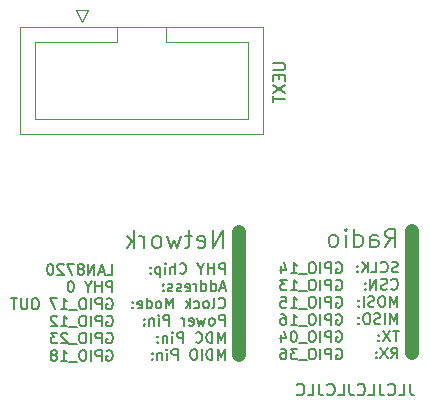
<source format=gbr>
%TF.GenerationSoftware,KiCad,Pcbnew,7.0.1-0*%
%TF.CreationDate,2023-08-23T15:05:17+02:00*%
%TF.ProjectId,ESP32SomfyPOE,45535033-3253-46f6-9d66-79504f452e6b,rev?*%
%TF.SameCoordinates,Original*%
%TF.FileFunction,Legend,Bot*%
%TF.FilePolarity,Positive*%
%FSLAX46Y46*%
G04 Gerber Fmt 4.6, Leading zero omitted, Abs format (unit mm)*
G04 Created by KiCad (PCBNEW 7.0.1-0) date 2023-08-23 15:05:17*
%MOMM*%
%LPD*%
G01*
G04 APERTURE LIST*
%ADD10C,1.200000*%
%ADD11C,0.200000*%
%ADD12C,0.150000*%
%ADD13C,0.120000*%
G04 APERTURE END LIST*
D10*
X119380000Y-91408250D02*
X119380000Y-81057750D01*
X104775000Y-91535250D02*
X104775000Y-81184750D01*
D11*
X103401857Y-82525178D02*
X103401857Y-81025178D01*
X103401857Y-81025178D02*
X102544714Y-82525178D01*
X102544714Y-82525178D02*
X102544714Y-81025178D01*
X101258999Y-82453750D02*
X101401856Y-82525178D01*
X101401856Y-82525178D02*
X101687571Y-82525178D01*
X101687571Y-82525178D02*
X101830428Y-82453750D01*
X101830428Y-82453750D02*
X101901856Y-82310892D01*
X101901856Y-82310892D02*
X101901856Y-81739464D01*
X101901856Y-81739464D02*
X101830428Y-81596607D01*
X101830428Y-81596607D02*
X101687571Y-81525178D01*
X101687571Y-81525178D02*
X101401856Y-81525178D01*
X101401856Y-81525178D02*
X101258999Y-81596607D01*
X101258999Y-81596607D02*
X101187571Y-81739464D01*
X101187571Y-81739464D02*
X101187571Y-81882321D01*
X101187571Y-81882321D02*
X101901856Y-82025178D01*
X100758999Y-81525178D02*
X100187571Y-81525178D01*
X100544714Y-81025178D02*
X100544714Y-82310892D01*
X100544714Y-82310892D02*
X100473285Y-82453750D01*
X100473285Y-82453750D02*
X100330428Y-82525178D01*
X100330428Y-82525178D02*
X100187571Y-82525178D01*
X99830428Y-81525178D02*
X99544714Y-82525178D01*
X99544714Y-82525178D02*
X99258999Y-81810892D01*
X99258999Y-81810892D02*
X98973285Y-82525178D01*
X98973285Y-82525178D02*
X98687571Y-81525178D01*
X97901856Y-82525178D02*
X98044713Y-82453750D01*
X98044713Y-82453750D02*
X98116142Y-82382321D01*
X98116142Y-82382321D02*
X98187570Y-82239464D01*
X98187570Y-82239464D02*
X98187570Y-81810892D01*
X98187570Y-81810892D02*
X98116142Y-81668035D01*
X98116142Y-81668035D02*
X98044713Y-81596607D01*
X98044713Y-81596607D02*
X97901856Y-81525178D01*
X97901856Y-81525178D02*
X97687570Y-81525178D01*
X97687570Y-81525178D02*
X97544713Y-81596607D01*
X97544713Y-81596607D02*
X97473285Y-81668035D01*
X97473285Y-81668035D02*
X97401856Y-81810892D01*
X97401856Y-81810892D02*
X97401856Y-82239464D01*
X97401856Y-82239464D02*
X97473285Y-82382321D01*
X97473285Y-82382321D02*
X97544713Y-82453750D01*
X97544713Y-82453750D02*
X97687570Y-82525178D01*
X97687570Y-82525178D02*
X97901856Y-82525178D01*
X96758999Y-82525178D02*
X96758999Y-81525178D01*
X96758999Y-81810892D02*
X96687570Y-81668035D01*
X96687570Y-81668035D02*
X96616142Y-81596607D01*
X96616142Y-81596607D02*
X96473284Y-81525178D01*
X96473284Y-81525178D02*
X96330427Y-81525178D01*
X95830428Y-82525178D02*
X95830428Y-81025178D01*
X95687571Y-81953750D02*
X95258999Y-82525178D01*
X95258999Y-81525178D02*
X95830428Y-82096607D01*
X93591142Y-84770107D02*
X94019714Y-84770107D01*
X94019714Y-84770107D02*
X94019714Y-83870107D01*
X93334000Y-84512964D02*
X92905429Y-84512964D01*
X93419714Y-84770107D02*
X93119714Y-83870107D01*
X93119714Y-83870107D02*
X92819714Y-84770107D01*
X92519714Y-84770107D02*
X92519714Y-83870107D01*
X92519714Y-83870107D02*
X92005428Y-84770107D01*
X92005428Y-84770107D02*
X92005428Y-83870107D01*
X91448285Y-84255821D02*
X91534000Y-84212964D01*
X91534000Y-84212964D02*
X91576857Y-84170107D01*
X91576857Y-84170107D02*
X91619714Y-84084392D01*
X91619714Y-84084392D02*
X91619714Y-84041535D01*
X91619714Y-84041535D02*
X91576857Y-83955821D01*
X91576857Y-83955821D02*
X91534000Y-83912964D01*
X91534000Y-83912964D02*
X91448285Y-83870107D01*
X91448285Y-83870107D02*
X91276857Y-83870107D01*
X91276857Y-83870107D02*
X91191143Y-83912964D01*
X91191143Y-83912964D02*
X91148285Y-83955821D01*
X91148285Y-83955821D02*
X91105428Y-84041535D01*
X91105428Y-84041535D02*
X91105428Y-84084392D01*
X91105428Y-84084392D02*
X91148285Y-84170107D01*
X91148285Y-84170107D02*
X91191143Y-84212964D01*
X91191143Y-84212964D02*
X91276857Y-84255821D01*
X91276857Y-84255821D02*
X91448285Y-84255821D01*
X91448285Y-84255821D02*
X91534000Y-84298678D01*
X91534000Y-84298678D02*
X91576857Y-84341535D01*
X91576857Y-84341535D02*
X91619714Y-84427250D01*
X91619714Y-84427250D02*
X91619714Y-84598678D01*
X91619714Y-84598678D02*
X91576857Y-84684392D01*
X91576857Y-84684392D02*
X91534000Y-84727250D01*
X91534000Y-84727250D02*
X91448285Y-84770107D01*
X91448285Y-84770107D02*
X91276857Y-84770107D01*
X91276857Y-84770107D02*
X91191143Y-84727250D01*
X91191143Y-84727250D02*
X91148285Y-84684392D01*
X91148285Y-84684392D02*
X91105428Y-84598678D01*
X91105428Y-84598678D02*
X91105428Y-84427250D01*
X91105428Y-84427250D02*
X91148285Y-84341535D01*
X91148285Y-84341535D02*
X91191143Y-84298678D01*
X91191143Y-84298678D02*
X91276857Y-84255821D01*
X90805428Y-83870107D02*
X90205428Y-83870107D01*
X90205428Y-83870107D02*
X90591142Y-84770107D01*
X89905428Y-83955821D02*
X89862571Y-83912964D01*
X89862571Y-83912964D02*
X89776857Y-83870107D01*
X89776857Y-83870107D02*
X89562571Y-83870107D01*
X89562571Y-83870107D02*
X89476857Y-83912964D01*
X89476857Y-83912964D02*
X89433999Y-83955821D01*
X89433999Y-83955821D02*
X89391142Y-84041535D01*
X89391142Y-84041535D02*
X89391142Y-84127250D01*
X89391142Y-84127250D02*
X89433999Y-84255821D01*
X89433999Y-84255821D02*
X89948285Y-84770107D01*
X89948285Y-84770107D02*
X89391142Y-84770107D01*
X88833999Y-83870107D02*
X88748285Y-83870107D01*
X88748285Y-83870107D02*
X88662571Y-83912964D01*
X88662571Y-83912964D02*
X88619714Y-83955821D01*
X88619714Y-83955821D02*
X88576856Y-84041535D01*
X88576856Y-84041535D02*
X88533999Y-84212964D01*
X88533999Y-84212964D02*
X88533999Y-84427250D01*
X88533999Y-84427250D02*
X88576856Y-84598678D01*
X88576856Y-84598678D02*
X88619714Y-84684392D01*
X88619714Y-84684392D02*
X88662571Y-84727250D01*
X88662571Y-84727250D02*
X88748285Y-84770107D01*
X88748285Y-84770107D02*
X88833999Y-84770107D01*
X88833999Y-84770107D02*
X88919714Y-84727250D01*
X88919714Y-84727250D02*
X88962571Y-84684392D01*
X88962571Y-84684392D02*
X89005428Y-84598678D01*
X89005428Y-84598678D02*
X89048285Y-84427250D01*
X89048285Y-84427250D02*
X89048285Y-84212964D01*
X89048285Y-84212964D02*
X89005428Y-84041535D01*
X89005428Y-84041535D02*
X88962571Y-83955821D01*
X88962571Y-83955821D02*
X88919714Y-83912964D01*
X88919714Y-83912964D02*
X88833999Y-83870107D01*
X94019714Y-86228107D02*
X94019714Y-85328107D01*
X94019714Y-85328107D02*
X93676857Y-85328107D01*
X93676857Y-85328107D02*
X93591142Y-85370964D01*
X93591142Y-85370964D02*
X93548285Y-85413821D01*
X93548285Y-85413821D02*
X93505428Y-85499535D01*
X93505428Y-85499535D02*
X93505428Y-85628107D01*
X93505428Y-85628107D02*
X93548285Y-85713821D01*
X93548285Y-85713821D02*
X93591142Y-85756678D01*
X93591142Y-85756678D02*
X93676857Y-85799535D01*
X93676857Y-85799535D02*
X94019714Y-85799535D01*
X93119714Y-86228107D02*
X93119714Y-85328107D01*
X93119714Y-85756678D02*
X92605428Y-85756678D01*
X92605428Y-86228107D02*
X92605428Y-85328107D01*
X92005428Y-85799535D02*
X92005428Y-86228107D01*
X92305428Y-85328107D02*
X92005428Y-85799535D01*
X92005428Y-85799535D02*
X91705428Y-85328107D01*
X90548285Y-85328107D02*
X90462571Y-85328107D01*
X90462571Y-85328107D02*
X90376857Y-85370964D01*
X90376857Y-85370964D02*
X90334000Y-85413821D01*
X90334000Y-85413821D02*
X90291142Y-85499535D01*
X90291142Y-85499535D02*
X90248285Y-85670964D01*
X90248285Y-85670964D02*
X90248285Y-85885250D01*
X90248285Y-85885250D02*
X90291142Y-86056678D01*
X90291142Y-86056678D02*
X90334000Y-86142392D01*
X90334000Y-86142392D02*
X90376857Y-86185250D01*
X90376857Y-86185250D02*
X90462571Y-86228107D01*
X90462571Y-86228107D02*
X90548285Y-86228107D01*
X90548285Y-86228107D02*
X90634000Y-86185250D01*
X90634000Y-86185250D02*
X90676857Y-86142392D01*
X90676857Y-86142392D02*
X90719714Y-86056678D01*
X90719714Y-86056678D02*
X90762571Y-85885250D01*
X90762571Y-85885250D02*
X90762571Y-85670964D01*
X90762571Y-85670964D02*
X90719714Y-85499535D01*
X90719714Y-85499535D02*
X90676857Y-85413821D01*
X90676857Y-85413821D02*
X90634000Y-85370964D01*
X90634000Y-85370964D02*
X90548285Y-85328107D01*
X93548285Y-86828964D02*
X93634000Y-86786107D01*
X93634000Y-86786107D02*
X93762571Y-86786107D01*
X93762571Y-86786107D02*
X93891142Y-86828964D01*
X93891142Y-86828964D02*
X93976857Y-86914678D01*
X93976857Y-86914678D02*
X94019714Y-87000392D01*
X94019714Y-87000392D02*
X94062571Y-87171821D01*
X94062571Y-87171821D02*
X94062571Y-87300392D01*
X94062571Y-87300392D02*
X94019714Y-87471821D01*
X94019714Y-87471821D02*
X93976857Y-87557535D01*
X93976857Y-87557535D02*
X93891142Y-87643250D01*
X93891142Y-87643250D02*
X93762571Y-87686107D01*
X93762571Y-87686107D02*
X93676857Y-87686107D01*
X93676857Y-87686107D02*
X93548285Y-87643250D01*
X93548285Y-87643250D02*
X93505428Y-87600392D01*
X93505428Y-87600392D02*
X93505428Y-87300392D01*
X93505428Y-87300392D02*
X93676857Y-87300392D01*
X93119714Y-87686107D02*
X93119714Y-86786107D01*
X93119714Y-86786107D02*
X92776857Y-86786107D01*
X92776857Y-86786107D02*
X92691142Y-86828964D01*
X92691142Y-86828964D02*
X92648285Y-86871821D01*
X92648285Y-86871821D02*
X92605428Y-86957535D01*
X92605428Y-86957535D02*
X92605428Y-87086107D01*
X92605428Y-87086107D02*
X92648285Y-87171821D01*
X92648285Y-87171821D02*
X92691142Y-87214678D01*
X92691142Y-87214678D02*
X92776857Y-87257535D01*
X92776857Y-87257535D02*
X93119714Y-87257535D01*
X92219714Y-87686107D02*
X92219714Y-86786107D01*
X91619714Y-86786107D02*
X91448286Y-86786107D01*
X91448286Y-86786107D02*
X91362571Y-86828964D01*
X91362571Y-86828964D02*
X91276857Y-86914678D01*
X91276857Y-86914678D02*
X91234000Y-87086107D01*
X91234000Y-87086107D02*
X91234000Y-87386107D01*
X91234000Y-87386107D02*
X91276857Y-87557535D01*
X91276857Y-87557535D02*
X91362571Y-87643250D01*
X91362571Y-87643250D02*
X91448286Y-87686107D01*
X91448286Y-87686107D02*
X91619714Y-87686107D01*
X91619714Y-87686107D02*
X91705429Y-87643250D01*
X91705429Y-87643250D02*
X91791143Y-87557535D01*
X91791143Y-87557535D02*
X91834000Y-87386107D01*
X91834000Y-87386107D02*
X91834000Y-87086107D01*
X91834000Y-87086107D02*
X91791143Y-86914678D01*
X91791143Y-86914678D02*
X91705429Y-86828964D01*
X91705429Y-86828964D02*
X91619714Y-86786107D01*
X91062572Y-87771821D02*
X90376857Y-87771821D01*
X89691143Y-87686107D02*
X90205429Y-87686107D01*
X89948286Y-87686107D02*
X89948286Y-86786107D01*
X89948286Y-86786107D02*
X90034000Y-86914678D01*
X90034000Y-86914678D02*
X90119715Y-87000392D01*
X90119715Y-87000392D02*
X90205429Y-87043250D01*
X89391143Y-86786107D02*
X88791143Y-86786107D01*
X88791143Y-86786107D02*
X89176857Y-87686107D01*
X87591143Y-86786107D02*
X87419715Y-86786107D01*
X87419715Y-86786107D02*
X87334000Y-86828964D01*
X87334000Y-86828964D02*
X87248286Y-86914678D01*
X87248286Y-86914678D02*
X87205429Y-87086107D01*
X87205429Y-87086107D02*
X87205429Y-87386107D01*
X87205429Y-87386107D02*
X87248286Y-87557535D01*
X87248286Y-87557535D02*
X87334000Y-87643250D01*
X87334000Y-87643250D02*
X87419715Y-87686107D01*
X87419715Y-87686107D02*
X87591143Y-87686107D01*
X87591143Y-87686107D02*
X87676858Y-87643250D01*
X87676858Y-87643250D02*
X87762572Y-87557535D01*
X87762572Y-87557535D02*
X87805429Y-87386107D01*
X87805429Y-87386107D02*
X87805429Y-87086107D01*
X87805429Y-87086107D02*
X87762572Y-86914678D01*
X87762572Y-86914678D02*
X87676858Y-86828964D01*
X87676858Y-86828964D02*
X87591143Y-86786107D01*
X86819715Y-86786107D02*
X86819715Y-87514678D01*
X86819715Y-87514678D02*
X86776858Y-87600392D01*
X86776858Y-87600392D02*
X86734001Y-87643250D01*
X86734001Y-87643250D02*
X86648286Y-87686107D01*
X86648286Y-87686107D02*
X86476858Y-87686107D01*
X86476858Y-87686107D02*
X86391143Y-87643250D01*
X86391143Y-87643250D02*
X86348286Y-87600392D01*
X86348286Y-87600392D02*
X86305429Y-87514678D01*
X86305429Y-87514678D02*
X86305429Y-86786107D01*
X86005429Y-86786107D02*
X85491144Y-86786107D01*
X85748286Y-87686107D02*
X85748286Y-86786107D01*
X93548285Y-88286964D02*
X93634000Y-88244107D01*
X93634000Y-88244107D02*
X93762571Y-88244107D01*
X93762571Y-88244107D02*
X93891142Y-88286964D01*
X93891142Y-88286964D02*
X93976857Y-88372678D01*
X93976857Y-88372678D02*
X94019714Y-88458392D01*
X94019714Y-88458392D02*
X94062571Y-88629821D01*
X94062571Y-88629821D02*
X94062571Y-88758392D01*
X94062571Y-88758392D02*
X94019714Y-88929821D01*
X94019714Y-88929821D02*
X93976857Y-89015535D01*
X93976857Y-89015535D02*
X93891142Y-89101250D01*
X93891142Y-89101250D02*
X93762571Y-89144107D01*
X93762571Y-89144107D02*
X93676857Y-89144107D01*
X93676857Y-89144107D02*
X93548285Y-89101250D01*
X93548285Y-89101250D02*
X93505428Y-89058392D01*
X93505428Y-89058392D02*
X93505428Y-88758392D01*
X93505428Y-88758392D02*
X93676857Y-88758392D01*
X93119714Y-89144107D02*
X93119714Y-88244107D01*
X93119714Y-88244107D02*
X92776857Y-88244107D01*
X92776857Y-88244107D02*
X92691142Y-88286964D01*
X92691142Y-88286964D02*
X92648285Y-88329821D01*
X92648285Y-88329821D02*
X92605428Y-88415535D01*
X92605428Y-88415535D02*
X92605428Y-88544107D01*
X92605428Y-88544107D02*
X92648285Y-88629821D01*
X92648285Y-88629821D02*
X92691142Y-88672678D01*
X92691142Y-88672678D02*
X92776857Y-88715535D01*
X92776857Y-88715535D02*
X93119714Y-88715535D01*
X92219714Y-89144107D02*
X92219714Y-88244107D01*
X91619714Y-88244107D02*
X91448286Y-88244107D01*
X91448286Y-88244107D02*
X91362571Y-88286964D01*
X91362571Y-88286964D02*
X91276857Y-88372678D01*
X91276857Y-88372678D02*
X91234000Y-88544107D01*
X91234000Y-88544107D02*
X91234000Y-88844107D01*
X91234000Y-88844107D02*
X91276857Y-89015535D01*
X91276857Y-89015535D02*
X91362571Y-89101250D01*
X91362571Y-89101250D02*
X91448286Y-89144107D01*
X91448286Y-89144107D02*
X91619714Y-89144107D01*
X91619714Y-89144107D02*
X91705429Y-89101250D01*
X91705429Y-89101250D02*
X91791143Y-89015535D01*
X91791143Y-89015535D02*
X91834000Y-88844107D01*
X91834000Y-88844107D02*
X91834000Y-88544107D01*
X91834000Y-88544107D02*
X91791143Y-88372678D01*
X91791143Y-88372678D02*
X91705429Y-88286964D01*
X91705429Y-88286964D02*
X91619714Y-88244107D01*
X91062572Y-89229821D02*
X90376857Y-89229821D01*
X89691143Y-89144107D02*
X90205429Y-89144107D01*
X89948286Y-89144107D02*
X89948286Y-88244107D01*
X89948286Y-88244107D02*
X90034000Y-88372678D01*
X90034000Y-88372678D02*
X90119715Y-88458392D01*
X90119715Y-88458392D02*
X90205429Y-88501250D01*
X89348286Y-88329821D02*
X89305429Y-88286964D01*
X89305429Y-88286964D02*
X89219715Y-88244107D01*
X89219715Y-88244107D02*
X89005429Y-88244107D01*
X89005429Y-88244107D02*
X88919715Y-88286964D01*
X88919715Y-88286964D02*
X88876857Y-88329821D01*
X88876857Y-88329821D02*
X88834000Y-88415535D01*
X88834000Y-88415535D02*
X88834000Y-88501250D01*
X88834000Y-88501250D02*
X88876857Y-88629821D01*
X88876857Y-88629821D02*
X89391143Y-89144107D01*
X89391143Y-89144107D02*
X88834000Y-89144107D01*
X93548285Y-89744964D02*
X93634000Y-89702107D01*
X93634000Y-89702107D02*
X93762571Y-89702107D01*
X93762571Y-89702107D02*
X93891142Y-89744964D01*
X93891142Y-89744964D02*
X93976857Y-89830678D01*
X93976857Y-89830678D02*
X94019714Y-89916392D01*
X94019714Y-89916392D02*
X94062571Y-90087821D01*
X94062571Y-90087821D02*
X94062571Y-90216392D01*
X94062571Y-90216392D02*
X94019714Y-90387821D01*
X94019714Y-90387821D02*
X93976857Y-90473535D01*
X93976857Y-90473535D02*
X93891142Y-90559250D01*
X93891142Y-90559250D02*
X93762571Y-90602107D01*
X93762571Y-90602107D02*
X93676857Y-90602107D01*
X93676857Y-90602107D02*
X93548285Y-90559250D01*
X93548285Y-90559250D02*
X93505428Y-90516392D01*
X93505428Y-90516392D02*
X93505428Y-90216392D01*
X93505428Y-90216392D02*
X93676857Y-90216392D01*
X93119714Y-90602107D02*
X93119714Y-89702107D01*
X93119714Y-89702107D02*
X92776857Y-89702107D01*
X92776857Y-89702107D02*
X92691142Y-89744964D01*
X92691142Y-89744964D02*
X92648285Y-89787821D01*
X92648285Y-89787821D02*
X92605428Y-89873535D01*
X92605428Y-89873535D02*
X92605428Y-90002107D01*
X92605428Y-90002107D02*
X92648285Y-90087821D01*
X92648285Y-90087821D02*
X92691142Y-90130678D01*
X92691142Y-90130678D02*
X92776857Y-90173535D01*
X92776857Y-90173535D02*
X93119714Y-90173535D01*
X92219714Y-90602107D02*
X92219714Y-89702107D01*
X91619714Y-89702107D02*
X91448286Y-89702107D01*
X91448286Y-89702107D02*
X91362571Y-89744964D01*
X91362571Y-89744964D02*
X91276857Y-89830678D01*
X91276857Y-89830678D02*
X91234000Y-90002107D01*
X91234000Y-90002107D02*
X91234000Y-90302107D01*
X91234000Y-90302107D02*
X91276857Y-90473535D01*
X91276857Y-90473535D02*
X91362571Y-90559250D01*
X91362571Y-90559250D02*
X91448286Y-90602107D01*
X91448286Y-90602107D02*
X91619714Y-90602107D01*
X91619714Y-90602107D02*
X91705429Y-90559250D01*
X91705429Y-90559250D02*
X91791143Y-90473535D01*
X91791143Y-90473535D02*
X91834000Y-90302107D01*
X91834000Y-90302107D02*
X91834000Y-90002107D01*
X91834000Y-90002107D02*
X91791143Y-89830678D01*
X91791143Y-89830678D02*
X91705429Y-89744964D01*
X91705429Y-89744964D02*
X91619714Y-89702107D01*
X91062572Y-90687821D02*
X90376857Y-90687821D01*
X90205429Y-89787821D02*
X90162572Y-89744964D01*
X90162572Y-89744964D02*
X90076858Y-89702107D01*
X90076858Y-89702107D02*
X89862572Y-89702107D01*
X89862572Y-89702107D02*
X89776858Y-89744964D01*
X89776858Y-89744964D02*
X89734000Y-89787821D01*
X89734000Y-89787821D02*
X89691143Y-89873535D01*
X89691143Y-89873535D02*
X89691143Y-89959250D01*
X89691143Y-89959250D02*
X89734000Y-90087821D01*
X89734000Y-90087821D02*
X90248286Y-90602107D01*
X90248286Y-90602107D02*
X89691143Y-90602107D01*
X89391143Y-89702107D02*
X88834000Y-89702107D01*
X88834000Y-89702107D02*
X89134000Y-90044964D01*
X89134000Y-90044964D02*
X89005429Y-90044964D01*
X89005429Y-90044964D02*
X88919715Y-90087821D01*
X88919715Y-90087821D02*
X88876857Y-90130678D01*
X88876857Y-90130678D02*
X88834000Y-90216392D01*
X88834000Y-90216392D02*
X88834000Y-90430678D01*
X88834000Y-90430678D02*
X88876857Y-90516392D01*
X88876857Y-90516392D02*
X88919715Y-90559250D01*
X88919715Y-90559250D02*
X89005429Y-90602107D01*
X89005429Y-90602107D02*
X89262572Y-90602107D01*
X89262572Y-90602107D02*
X89348286Y-90559250D01*
X89348286Y-90559250D02*
X89391143Y-90516392D01*
X93548285Y-91202964D02*
X93634000Y-91160107D01*
X93634000Y-91160107D02*
X93762571Y-91160107D01*
X93762571Y-91160107D02*
X93891142Y-91202964D01*
X93891142Y-91202964D02*
X93976857Y-91288678D01*
X93976857Y-91288678D02*
X94019714Y-91374392D01*
X94019714Y-91374392D02*
X94062571Y-91545821D01*
X94062571Y-91545821D02*
X94062571Y-91674392D01*
X94062571Y-91674392D02*
X94019714Y-91845821D01*
X94019714Y-91845821D02*
X93976857Y-91931535D01*
X93976857Y-91931535D02*
X93891142Y-92017250D01*
X93891142Y-92017250D02*
X93762571Y-92060107D01*
X93762571Y-92060107D02*
X93676857Y-92060107D01*
X93676857Y-92060107D02*
X93548285Y-92017250D01*
X93548285Y-92017250D02*
X93505428Y-91974392D01*
X93505428Y-91974392D02*
X93505428Y-91674392D01*
X93505428Y-91674392D02*
X93676857Y-91674392D01*
X93119714Y-92060107D02*
X93119714Y-91160107D01*
X93119714Y-91160107D02*
X92776857Y-91160107D01*
X92776857Y-91160107D02*
X92691142Y-91202964D01*
X92691142Y-91202964D02*
X92648285Y-91245821D01*
X92648285Y-91245821D02*
X92605428Y-91331535D01*
X92605428Y-91331535D02*
X92605428Y-91460107D01*
X92605428Y-91460107D02*
X92648285Y-91545821D01*
X92648285Y-91545821D02*
X92691142Y-91588678D01*
X92691142Y-91588678D02*
X92776857Y-91631535D01*
X92776857Y-91631535D02*
X93119714Y-91631535D01*
X92219714Y-92060107D02*
X92219714Y-91160107D01*
X91619714Y-91160107D02*
X91448286Y-91160107D01*
X91448286Y-91160107D02*
X91362571Y-91202964D01*
X91362571Y-91202964D02*
X91276857Y-91288678D01*
X91276857Y-91288678D02*
X91234000Y-91460107D01*
X91234000Y-91460107D02*
X91234000Y-91760107D01*
X91234000Y-91760107D02*
X91276857Y-91931535D01*
X91276857Y-91931535D02*
X91362571Y-92017250D01*
X91362571Y-92017250D02*
X91448286Y-92060107D01*
X91448286Y-92060107D02*
X91619714Y-92060107D01*
X91619714Y-92060107D02*
X91705429Y-92017250D01*
X91705429Y-92017250D02*
X91791143Y-91931535D01*
X91791143Y-91931535D02*
X91834000Y-91760107D01*
X91834000Y-91760107D02*
X91834000Y-91460107D01*
X91834000Y-91460107D02*
X91791143Y-91288678D01*
X91791143Y-91288678D02*
X91705429Y-91202964D01*
X91705429Y-91202964D02*
X91619714Y-91160107D01*
X91062572Y-92145821D02*
X90376857Y-92145821D01*
X89691143Y-92060107D02*
X90205429Y-92060107D01*
X89948286Y-92060107D02*
X89948286Y-91160107D01*
X89948286Y-91160107D02*
X90034000Y-91288678D01*
X90034000Y-91288678D02*
X90119715Y-91374392D01*
X90119715Y-91374392D02*
X90205429Y-91417250D01*
X89176857Y-91545821D02*
X89262572Y-91502964D01*
X89262572Y-91502964D02*
X89305429Y-91460107D01*
X89305429Y-91460107D02*
X89348286Y-91374392D01*
X89348286Y-91374392D02*
X89348286Y-91331535D01*
X89348286Y-91331535D02*
X89305429Y-91245821D01*
X89305429Y-91245821D02*
X89262572Y-91202964D01*
X89262572Y-91202964D02*
X89176857Y-91160107D01*
X89176857Y-91160107D02*
X89005429Y-91160107D01*
X89005429Y-91160107D02*
X88919715Y-91202964D01*
X88919715Y-91202964D02*
X88876857Y-91245821D01*
X88876857Y-91245821D02*
X88834000Y-91331535D01*
X88834000Y-91331535D02*
X88834000Y-91374392D01*
X88834000Y-91374392D02*
X88876857Y-91460107D01*
X88876857Y-91460107D02*
X88919715Y-91502964D01*
X88919715Y-91502964D02*
X89005429Y-91545821D01*
X89005429Y-91545821D02*
X89176857Y-91545821D01*
X89176857Y-91545821D02*
X89262572Y-91588678D01*
X89262572Y-91588678D02*
X89305429Y-91631535D01*
X89305429Y-91631535D02*
X89348286Y-91717250D01*
X89348286Y-91717250D02*
X89348286Y-91888678D01*
X89348286Y-91888678D02*
X89305429Y-91974392D01*
X89305429Y-91974392D02*
X89262572Y-92017250D01*
X89262572Y-92017250D02*
X89176857Y-92060107D01*
X89176857Y-92060107D02*
X89005429Y-92060107D01*
X89005429Y-92060107D02*
X88919715Y-92017250D01*
X88919715Y-92017250D02*
X88876857Y-91974392D01*
X88876857Y-91974392D02*
X88834000Y-91888678D01*
X88834000Y-91888678D02*
X88834000Y-91717250D01*
X88834000Y-91717250D02*
X88876857Y-91631535D01*
X88876857Y-91631535D02*
X88919715Y-91588678D01*
X88919715Y-91588678D02*
X89005429Y-91545821D01*
X117149714Y-82398178D02*
X117649714Y-81683892D01*
X118006857Y-82398178D02*
X118006857Y-80898178D01*
X118006857Y-80898178D02*
X117435428Y-80898178D01*
X117435428Y-80898178D02*
X117292571Y-80969607D01*
X117292571Y-80969607D02*
X117221142Y-81041035D01*
X117221142Y-81041035D02*
X117149714Y-81183892D01*
X117149714Y-81183892D02*
X117149714Y-81398178D01*
X117149714Y-81398178D02*
X117221142Y-81541035D01*
X117221142Y-81541035D02*
X117292571Y-81612464D01*
X117292571Y-81612464D02*
X117435428Y-81683892D01*
X117435428Y-81683892D02*
X118006857Y-81683892D01*
X115864000Y-82398178D02*
X115864000Y-81612464D01*
X115864000Y-81612464D02*
X115935428Y-81469607D01*
X115935428Y-81469607D02*
X116078285Y-81398178D01*
X116078285Y-81398178D02*
X116364000Y-81398178D01*
X116364000Y-81398178D02*
X116506857Y-81469607D01*
X115864000Y-82326750D02*
X116006857Y-82398178D01*
X116006857Y-82398178D02*
X116364000Y-82398178D01*
X116364000Y-82398178D02*
X116506857Y-82326750D01*
X116506857Y-82326750D02*
X116578285Y-82183892D01*
X116578285Y-82183892D02*
X116578285Y-82041035D01*
X116578285Y-82041035D02*
X116506857Y-81898178D01*
X116506857Y-81898178D02*
X116364000Y-81826750D01*
X116364000Y-81826750D02*
X116006857Y-81826750D01*
X116006857Y-81826750D02*
X115864000Y-81755321D01*
X114506857Y-82398178D02*
X114506857Y-80898178D01*
X114506857Y-82326750D02*
X114649714Y-82398178D01*
X114649714Y-82398178D02*
X114935428Y-82398178D01*
X114935428Y-82398178D02*
X115078285Y-82326750D01*
X115078285Y-82326750D02*
X115149714Y-82255321D01*
X115149714Y-82255321D02*
X115221142Y-82112464D01*
X115221142Y-82112464D02*
X115221142Y-81683892D01*
X115221142Y-81683892D02*
X115149714Y-81541035D01*
X115149714Y-81541035D02*
X115078285Y-81469607D01*
X115078285Y-81469607D02*
X114935428Y-81398178D01*
X114935428Y-81398178D02*
X114649714Y-81398178D01*
X114649714Y-81398178D02*
X114506857Y-81469607D01*
X113792571Y-82398178D02*
X113792571Y-81398178D01*
X113792571Y-80898178D02*
X113863999Y-80969607D01*
X113863999Y-80969607D02*
X113792571Y-81041035D01*
X113792571Y-81041035D02*
X113721142Y-80969607D01*
X113721142Y-80969607D02*
X113792571Y-80898178D01*
X113792571Y-80898178D02*
X113792571Y-81041035D01*
X112863999Y-82398178D02*
X113006856Y-82326750D01*
X113006856Y-82326750D02*
X113078285Y-82255321D01*
X113078285Y-82255321D02*
X113149713Y-82112464D01*
X113149713Y-82112464D02*
X113149713Y-81683892D01*
X113149713Y-81683892D02*
X113078285Y-81541035D01*
X113078285Y-81541035D02*
X113006856Y-81469607D01*
X113006856Y-81469607D02*
X112863999Y-81398178D01*
X112863999Y-81398178D02*
X112649713Y-81398178D01*
X112649713Y-81398178D02*
X112506856Y-81469607D01*
X112506856Y-81469607D02*
X112435428Y-81541035D01*
X112435428Y-81541035D02*
X112363999Y-81683892D01*
X112363999Y-81683892D02*
X112363999Y-82112464D01*
X112363999Y-82112464D02*
X112435428Y-82255321D01*
X112435428Y-82255321D02*
X112506856Y-82326750D01*
X112506856Y-82326750D02*
X112649713Y-82398178D01*
X112649713Y-82398178D02*
X112863999Y-82398178D01*
X112979285Y-83785964D02*
X113065000Y-83743107D01*
X113065000Y-83743107D02*
X113193571Y-83743107D01*
X113193571Y-83743107D02*
X113322142Y-83785964D01*
X113322142Y-83785964D02*
X113407857Y-83871678D01*
X113407857Y-83871678D02*
X113450714Y-83957392D01*
X113450714Y-83957392D02*
X113493571Y-84128821D01*
X113493571Y-84128821D02*
X113493571Y-84257392D01*
X113493571Y-84257392D02*
X113450714Y-84428821D01*
X113450714Y-84428821D02*
X113407857Y-84514535D01*
X113407857Y-84514535D02*
X113322142Y-84600250D01*
X113322142Y-84600250D02*
X113193571Y-84643107D01*
X113193571Y-84643107D02*
X113107857Y-84643107D01*
X113107857Y-84643107D02*
X112979285Y-84600250D01*
X112979285Y-84600250D02*
X112936428Y-84557392D01*
X112936428Y-84557392D02*
X112936428Y-84257392D01*
X112936428Y-84257392D02*
X113107857Y-84257392D01*
X112550714Y-84643107D02*
X112550714Y-83743107D01*
X112550714Y-83743107D02*
X112207857Y-83743107D01*
X112207857Y-83743107D02*
X112122142Y-83785964D01*
X112122142Y-83785964D02*
X112079285Y-83828821D01*
X112079285Y-83828821D02*
X112036428Y-83914535D01*
X112036428Y-83914535D02*
X112036428Y-84043107D01*
X112036428Y-84043107D02*
X112079285Y-84128821D01*
X112079285Y-84128821D02*
X112122142Y-84171678D01*
X112122142Y-84171678D02*
X112207857Y-84214535D01*
X112207857Y-84214535D02*
X112550714Y-84214535D01*
X111650714Y-84643107D02*
X111650714Y-83743107D01*
X111050714Y-83743107D02*
X110879286Y-83743107D01*
X110879286Y-83743107D02*
X110793571Y-83785964D01*
X110793571Y-83785964D02*
X110707857Y-83871678D01*
X110707857Y-83871678D02*
X110665000Y-84043107D01*
X110665000Y-84043107D02*
X110665000Y-84343107D01*
X110665000Y-84343107D02*
X110707857Y-84514535D01*
X110707857Y-84514535D02*
X110793571Y-84600250D01*
X110793571Y-84600250D02*
X110879286Y-84643107D01*
X110879286Y-84643107D02*
X111050714Y-84643107D01*
X111050714Y-84643107D02*
X111136429Y-84600250D01*
X111136429Y-84600250D02*
X111222143Y-84514535D01*
X111222143Y-84514535D02*
X111265000Y-84343107D01*
X111265000Y-84343107D02*
X111265000Y-84043107D01*
X111265000Y-84043107D02*
X111222143Y-83871678D01*
X111222143Y-83871678D02*
X111136429Y-83785964D01*
X111136429Y-83785964D02*
X111050714Y-83743107D01*
X110493572Y-84728821D02*
X109807857Y-84728821D01*
X109122143Y-84643107D02*
X109636429Y-84643107D01*
X109379286Y-84643107D02*
X109379286Y-83743107D01*
X109379286Y-83743107D02*
X109465000Y-83871678D01*
X109465000Y-83871678D02*
X109550715Y-83957392D01*
X109550715Y-83957392D02*
X109636429Y-84000250D01*
X108350715Y-84043107D02*
X108350715Y-84643107D01*
X108565000Y-83700250D02*
X108779286Y-84343107D01*
X108779286Y-84343107D02*
X108222143Y-84343107D01*
X112979285Y-85243964D02*
X113065000Y-85201107D01*
X113065000Y-85201107D02*
X113193571Y-85201107D01*
X113193571Y-85201107D02*
X113322142Y-85243964D01*
X113322142Y-85243964D02*
X113407857Y-85329678D01*
X113407857Y-85329678D02*
X113450714Y-85415392D01*
X113450714Y-85415392D02*
X113493571Y-85586821D01*
X113493571Y-85586821D02*
X113493571Y-85715392D01*
X113493571Y-85715392D02*
X113450714Y-85886821D01*
X113450714Y-85886821D02*
X113407857Y-85972535D01*
X113407857Y-85972535D02*
X113322142Y-86058250D01*
X113322142Y-86058250D02*
X113193571Y-86101107D01*
X113193571Y-86101107D02*
X113107857Y-86101107D01*
X113107857Y-86101107D02*
X112979285Y-86058250D01*
X112979285Y-86058250D02*
X112936428Y-86015392D01*
X112936428Y-86015392D02*
X112936428Y-85715392D01*
X112936428Y-85715392D02*
X113107857Y-85715392D01*
X112550714Y-86101107D02*
X112550714Y-85201107D01*
X112550714Y-85201107D02*
X112207857Y-85201107D01*
X112207857Y-85201107D02*
X112122142Y-85243964D01*
X112122142Y-85243964D02*
X112079285Y-85286821D01*
X112079285Y-85286821D02*
X112036428Y-85372535D01*
X112036428Y-85372535D02*
X112036428Y-85501107D01*
X112036428Y-85501107D02*
X112079285Y-85586821D01*
X112079285Y-85586821D02*
X112122142Y-85629678D01*
X112122142Y-85629678D02*
X112207857Y-85672535D01*
X112207857Y-85672535D02*
X112550714Y-85672535D01*
X111650714Y-86101107D02*
X111650714Y-85201107D01*
X111050714Y-85201107D02*
X110879286Y-85201107D01*
X110879286Y-85201107D02*
X110793571Y-85243964D01*
X110793571Y-85243964D02*
X110707857Y-85329678D01*
X110707857Y-85329678D02*
X110665000Y-85501107D01*
X110665000Y-85501107D02*
X110665000Y-85801107D01*
X110665000Y-85801107D02*
X110707857Y-85972535D01*
X110707857Y-85972535D02*
X110793571Y-86058250D01*
X110793571Y-86058250D02*
X110879286Y-86101107D01*
X110879286Y-86101107D02*
X111050714Y-86101107D01*
X111050714Y-86101107D02*
X111136429Y-86058250D01*
X111136429Y-86058250D02*
X111222143Y-85972535D01*
X111222143Y-85972535D02*
X111265000Y-85801107D01*
X111265000Y-85801107D02*
X111265000Y-85501107D01*
X111265000Y-85501107D02*
X111222143Y-85329678D01*
X111222143Y-85329678D02*
X111136429Y-85243964D01*
X111136429Y-85243964D02*
X111050714Y-85201107D01*
X110493572Y-86186821D02*
X109807857Y-86186821D01*
X109122143Y-86101107D02*
X109636429Y-86101107D01*
X109379286Y-86101107D02*
X109379286Y-85201107D01*
X109379286Y-85201107D02*
X109465000Y-85329678D01*
X109465000Y-85329678D02*
X109550715Y-85415392D01*
X109550715Y-85415392D02*
X109636429Y-85458250D01*
X108822143Y-85201107D02*
X108265000Y-85201107D01*
X108265000Y-85201107D02*
X108565000Y-85543964D01*
X108565000Y-85543964D02*
X108436429Y-85543964D01*
X108436429Y-85543964D02*
X108350715Y-85586821D01*
X108350715Y-85586821D02*
X108307857Y-85629678D01*
X108307857Y-85629678D02*
X108265000Y-85715392D01*
X108265000Y-85715392D02*
X108265000Y-85929678D01*
X108265000Y-85929678D02*
X108307857Y-86015392D01*
X108307857Y-86015392D02*
X108350715Y-86058250D01*
X108350715Y-86058250D02*
X108436429Y-86101107D01*
X108436429Y-86101107D02*
X108693572Y-86101107D01*
X108693572Y-86101107D02*
X108779286Y-86058250D01*
X108779286Y-86058250D02*
X108822143Y-86015392D01*
X112979285Y-86701964D02*
X113065000Y-86659107D01*
X113065000Y-86659107D02*
X113193571Y-86659107D01*
X113193571Y-86659107D02*
X113322142Y-86701964D01*
X113322142Y-86701964D02*
X113407857Y-86787678D01*
X113407857Y-86787678D02*
X113450714Y-86873392D01*
X113450714Y-86873392D02*
X113493571Y-87044821D01*
X113493571Y-87044821D02*
X113493571Y-87173392D01*
X113493571Y-87173392D02*
X113450714Y-87344821D01*
X113450714Y-87344821D02*
X113407857Y-87430535D01*
X113407857Y-87430535D02*
X113322142Y-87516250D01*
X113322142Y-87516250D02*
X113193571Y-87559107D01*
X113193571Y-87559107D02*
X113107857Y-87559107D01*
X113107857Y-87559107D02*
X112979285Y-87516250D01*
X112979285Y-87516250D02*
X112936428Y-87473392D01*
X112936428Y-87473392D02*
X112936428Y-87173392D01*
X112936428Y-87173392D02*
X113107857Y-87173392D01*
X112550714Y-87559107D02*
X112550714Y-86659107D01*
X112550714Y-86659107D02*
X112207857Y-86659107D01*
X112207857Y-86659107D02*
X112122142Y-86701964D01*
X112122142Y-86701964D02*
X112079285Y-86744821D01*
X112079285Y-86744821D02*
X112036428Y-86830535D01*
X112036428Y-86830535D02*
X112036428Y-86959107D01*
X112036428Y-86959107D02*
X112079285Y-87044821D01*
X112079285Y-87044821D02*
X112122142Y-87087678D01*
X112122142Y-87087678D02*
X112207857Y-87130535D01*
X112207857Y-87130535D02*
X112550714Y-87130535D01*
X111650714Y-87559107D02*
X111650714Y-86659107D01*
X111050714Y-86659107D02*
X110879286Y-86659107D01*
X110879286Y-86659107D02*
X110793571Y-86701964D01*
X110793571Y-86701964D02*
X110707857Y-86787678D01*
X110707857Y-86787678D02*
X110665000Y-86959107D01*
X110665000Y-86959107D02*
X110665000Y-87259107D01*
X110665000Y-87259107D02*
X110707857Y-87430535D01*
X110707857Y-87430535D02*
X110793571Y-87516250D01*
X110793571Y-87516250D02*
X110879286Y-87559107D01*
X110879286Y-87559107D02*
X111050714Y-87559107D01*
X111050714Y-87559107D02*
X111136429Y-87516250D01*
X111136429Y-87516250D02*
X111222143Y-87430535D01*
X111222143Y-87430535D02*
X111265000Y-87259107D01*
X111265000Y-87259107D02*
X111265000Y-86959107D01*
X111265000Y-86959107D02*
X111222143Y-86787678D01*
X111222143Y-86787678D02*
X111136429Y-86701964D01*
X111136429Y-86701964D02*
X111050714Y-86659107D01*
X110493572Y-87644821D02*
X109807857Y-87644821D01*
X109122143Y-87559107D02*
X109636429Y-87559107D01*
X109379286Y-87559107D02*
X109379286Y-86659107D01*
X109379286Y-86659107D02*
X109465000Y-86787678D01*
X109465000Y-86787678D02*
X109550715Y-86873392D01*
X109550715Y-86873392D02*
X109636429Y-86916250D01*
X108307857Y-86659107D02*
X108736429Y-86659107D01*
X108736429Y-86659107D02*
X108779286Y-87087678D01*
X108779286Y-87087678D02*
X108736429Y-87044821D01*
X108736429Y-87044821D02*
X108650715Y-87001964D01*
X108650715Y-87001964D02*
X108436429Y-87001964D01*
X108436429Y-87001964D02*
X108350715Y-87044821D01*
X108350715Y-87044821D02*
X108307857Y-87087678D01*
X108307857Y-87087678D02*
X108265000Y-87173392D01*
X108265000Y-87173392D02*
X108265000Y-87387678D01*
X108265000Y-87387678D02*
X108307857Y-87473392D01*
X108307857Y-87473392D02*
X108350715Y-87516250D01*
X108350715Y-87516250D02*
X108436429Y-87559107D01*
X108436429Y-87559107D02*
X108650715Y-87559107D01*
X108650715Y-87559107D02*
X108736429Y-87516250D01*
X108736429Y-87516250D02*
X108779286Y-87473392D01*
X112979285Y-88159964D02*
X113065000Y-88117107D01*
X113065000Y-88117107D02*
X113193571Y-88117107D01*
X113193571Y-88117107D02*
X113322142Y-88159964D01*
X113322142Y-88159964D02*
X113407857Y-88245678D01*
X113407857Y-88245678D02*
X113450714Y-88331392D01*
X113450714Y-88331392D02*
X113493571Y-88502821D01*
X113493571Y-88502821D02*
X113493571Y-88631392D01*
X113493571Y-88631392D02*
X113450714Y-88802821D01*
X113450714Y-88802821D02*
X113407857Y-88888535D01*
X113407857Y-88888535D02*
X113322142Y-88974250D01*
X113322142Y-88974250D02*
X113193571Y-89017107D01*
X113193571Y-89017107D02*
X113107857Y-89017107D01*
X113107857Y-89017107D02*
X112979285Y-88974250D01*
X112979285Y-88974250D02*
X112936428Y-88931392D01*
X112936428Y-88931392D02*
X112936428Y-88631392D01*
X112936428Y-88631392D02*
X113107857Y-88631392D01*
X112550714Y-89017107D02*
X112550714Y-88117107D01*
X112550714Y-88117107D02*
X112207857Y-88117107D01*
X112207857Y-88117107D02*
X112122142Y-88159964D01*
X112122142Y-88159964D02*
X112079285Y-88202821D01*
X112079285Y-88202821D02*
X112036428Y-88288535D01*
X112036428Y-88288535D02*
X112036428Y-88417107D01*
X112036428Y-88417107D02*
X112079285Y-88502821D01*
X112079285Y-88502821D02*
X112122142Y-88545678D01*
X112122142Y-88545678D02*
X112207857Y-88588535D01*
X112207857Y-88588535D02*
X112550714Y-88588535D01*
X111650714Y-89017107D02*
X111650714Y-88117107D01*
X111050714Y-88117107D02*
X110879286Y-88117107D01*
X110879286Y-88117107D02*
X110793571Y-88159964D01*
X110793571Y-88159964D02*
X110707857Y-88245678D01*
X110707857Y-88245678D02*
X110665000Y-88417107D01*
X110665000Y-88417107D02*
X110665000Y-88717107D01*
X110665000Y-88717107D02*
X110707857Y-88888535D01*
X110707857Y-88888535D02*
X110793571Y-88974250D01*
X110793571Y-88974250D02*
X110879286Y-89017107D01*
X110879286Y-89017107D02*
X111050714Y-89017107D01*
X111050714Y-89017107D02*
X111136429Y-88974250D01*
X111136429Y-88974250D02*
X111222143Y-88888535D01*
X111222143Y-88888535D02*
X111265000Y-88717107D01*
X111265000Y-88717107D02*
X111265000Y-88417107D01*
X111265000Y-88417107D02*
X111222143Y-88245678D01*
X111222143Y-88245678D02*
X111136429Y-88159964D01*
X111136429Y-88159964D02*
X111050714Y-88117107D01*
X110493572Y-89102821D02*
X109807857Y-89102821D01*
X109122143Y-89017107D02*
X109636429Y-89017107D01*
X109379286Y-89017107D02*
X109379286Y-88117107D01*
X109379286Y-88117107D02*
X109465000Y-88245678D01*
X109465000Y-88245678D02*
X109550715Y-88331392D01*
X109550715Y-88331392D02*
X109636429Y-88374250D01*
X108350715Y-88117107D02*
X108522143Y-88117107D01*
X108522143Y-88117107D02*
X108607857Y-88159964D01*
X108607857Y-88159964D02*
X108650715Y-88202821D01*
X108650715Y-88202821D02*
X108736429Y-88331392D01*
X108736429Y-88331392D02*
X108779286Y-88502821D01*
X108779286Y-88502821D02*
X108779286Y-88845678D01*
X108779286Y-88845678D02*
X108736429Y-88931392D01*
X108736429Y-88931392D02*
X108693572Y-88974250D01*
X108693572Y-88974250D02*
X108607857Y-89017107D01*
X108607857Y-89017107D02*
X108436429Y-89017107D01*
X108436429Y-89017107D02*
X108350715Y-88974250D01*
X108350715Y-88974250D02*
X108307857Y-88931392D01*
X108307857Y-88931392D02*
X108265000Y-88845678D01*
X108265000Y-88845678D02*
X108265000Y-88631392D01*
X108265000Y-88631392D02*
X108307857Y-88545678D01*
X108307857Y-88545678D02*
X108350715Y-88502821D01*
X108350715Y-88502821D02*
X108436429Y-88459964D01*
X108436429Y-88459964D02*
X108607857Y-88459964D01*
X108607857Y-88459964D02*
X108693572Y-88502821D01*
X108693572Y-88502821D02*
X108736429Y-88545678D01*
X108736429Y-88545678D02*
X108779286Y-88631392D01*
X112979285Y-89617964D02*
X113065000Y-89575107D01*
X113065000Y-89575107D02*
X113193571Y-89575107D01*
X113193571Y-89575107D02*
X113322142Y-89617964D01*
X113322142Y-89617964D02*
X113407857Y-89703678D01*
X113407857Y-89703678D02*
X113450714Y-89789392D01*
X113450714Y-89789392D02*
X113493571Y-89960821D01*
X113493571Y-89960821D02*
X113493571Y-90089392D01*
X113493571Y-90089392D02*
X113450714Y-90260821D01*
X113450714Y-90260821D02*
X113407857Y-90346535D01*
X113407857Y-90346535D02*
X113322142Y-90432250D01*
X113322142Y-90432250D02*
X113193571Y-90475107D01*
X113193571Y-90475107D02*
X113107857Y-90475107D01*
X113107857Y-90475107D02*
X112979285Y-90432250D01*
X112979285Y-90432250D02*
X112936428Y-90389392D01*
X112936428Y-90389392D02*
X112936428Y-90089392D01*
X112936428Y-90089392D02*
X113107857Y-90089392D01*
X112550714Y-90475107D02*
X112550714Y-89575107D01*
X112550714Y-89575107D02*
X112207857Y-89575107D01*
X112207857Y-89575107D02*
X112122142Y-89617964D01*
X112122142Y-89617964D02*
X112079285Y-89660821D01*
X112079285Y-89660821D02*
X112036428Y-89746535D01*
X112036428Y-89746535D02*
X112036428Y-89875107D01*
X112036428Y-89875107D02*
X112079285Y-89960821D01*
X112079285Y-89960821D02*
X112122142Y-90003678D01*
X112122142Y-90003678D02*
X112207857Y-90046535D01*
X112207857Y-90046535D02*
X112550714Y-90046535D01*
X111650714Y-90475107D02*
X111650714Y-89575107D01*
X111050714Y-89575107D02*
X110879286Y-89575107D01*
X110879286Y-89575107D02*
X110793571Y-89617964D01*
X110793571Y-89617964D02*
X110707857Y-89703678D01*
X110707857Y-89703678D02*
X110665000Y-89875107D01*
X110665000Y-89875107D02*
X110665000Y-90175107D01*
X110665000Y-90175107D02*
X110707857Y-90346535D01*
X110707857Y-90346535D02*
X110793571Y-90432250D01*
X110793571Y-90432250D02*
X110879286Y-90475107D01*
X110879286Y-90475107D02*
X111050714Y-90475107D01*
X111050714Y-90475107D02*
X111136429Y-90432250D01*
X111136429Y-90432250D02*
X111222143Y-90346535D01*
X111222143Y-90346535D02*
X111265000Y-90175107D01*
X111265000Y-90175107D02*
X111265000Y-89875107D01*
X111265000Y-89875107D02*
X111222143Y-89703678D01*
X111222143Y-89703678D02*
X111136429Y-89617964D01*
X111136429Y-89617964D02*
X111050714Y-89575107D01*
X110493572Y-90560821D02*
X109807857Y-90560821D01*
X109422143Y-89575107D02*
X109336429Y-89575107D01*
X109336429Y-89575107D02*
X109250715Y-89617964D01*
X109250715Y-89617964D02*
X109207858Y-89660821D01*
X109207858Y-89660821D02*
X109165000Y-89746535D01*
X109165000Y-89746535D02*
X109122143Y-89917964D01*
X109122143Y-89917964D02*
X109122143Y-90132250D01*
X109122143Y-90132250D02*
X109165000Y-90303678D01*
X109165000Y-90303678D02*
X109207858Y-90389392D01*
X109207858Y-90389392D02*
X109250715Y-90432250D01*
X109250715Y-90432250D02*
X109336429Y-90475107D01*
X109336429Y-90475107D02*
X109422143Y-90475107D01*
X109422143Y-90475107D02*
X109507858Y-90432250D01*
X109507858Y-90432250D02*
X109550715Y-90389392D01*
X109550715Y-90389392D02*
X109593572Y-90303678D01*
X109593572Y-90303678D02*
X109636429Y-90132250D01*
X109636429Y-90132250D02*
X109636429Y-89917964D01*
X109636429Y-89917964D02*
X109593572Y-89746535D01*
X109593572Y-89746535D02*
X109550715Y-89660821D01*
X109550715Y-89660821D02*
X109507858Y-89617964D01*
X109507858Y-89617964D02*
X109422143Y-89575107D01*
X108350715Y-89875107D02*
X108350715Y-90475107D01*
X108565000Y-89532250D02*
X108779286Y-90175107D01*
X108779286Y-90175107D02*
X108222143Y-90175107D01*
X112979285Y-91075964D02*
X113065000Y-91033107D01*
X113065000Y-91033107D02*
X113193571Y-91033107D01*
X113193571Y-91033107D02*
X113322142Y-91075964D01*
X113322142Y-91075964D02*
X113407857Y-91161678D01*
X113407857Y-91161678D02*
X113450714Y-91247392D01*
X113450714Y-91247392D02*
X113493571Y-91418821D01*
X113493571Y-91418821D02*
X113493571Y-91547392D01*
X113493571Y-91547392D02*
X113450714Y-91718821D01*
X113450714Y-91718821D02*
X113407857Y-91804535D01*
X113407857Y-91804535D02*
X113322142Y-91890250D01*
X113322142Y-91890250D02*
X113193571Y-91933107D01*
X113193571Y-91933107D02*
X113107857Y-91933107D01*
X113107857Y-91933107D02*
X112979285Y-91890250D01*
X112979285Y-91890250D02*
X112936428Y-91847392D01*
X112936428Y-91847392D02*
X112936428Y-91547392D01*
X112936428Y-91547392D02*
X113107857Y-91547392D01*
X112550714Y-91933107D02*
X112550714Y-91033107D01*
X112550714Y-91033107D02*
X112207857Y-91033107D01*
X112207857Y-91033107D02*
X112122142Y-91075964D01*
X112122142Y-91075964D02*
X112079285Y-91118821D01*
X112079285Y-91118821D02*
X112036428Y-91204535D01*
X112036428Y-91204535D02*
X112036428Y-91333107D01*
X112036428Y-91333107D02*
X112079285Y-91418821D01*
X112079285Y-91418821D02*
X112122142Y-91461678D01*
X112122142Y-91461678D02*
X112207857Y-91504535D01*
X112207857Y-91504535D02*
X112550714Y-91504535D01*
X111650714Y-91933107D02*
X111650714Y-91033107D01*
X111050714Y-91033107D02*
X110879286Y-91033107D01*
X110879286Y-91033107D02*
X110793571Y-91075964D01*
X110793571Y-91075964D02*
X110707857Y-91161678D01*
X110707857Y-91161678D02*
X110665000Y-91333107D01*
X110665000Y-91333107D02*
X110665000Y-91633107D01*
X110665000Y-91633107D02*
X110707857Y-91804535D01*
X110707857Y-91804535D02*
X110793571Y-91890250D01*
X110793571Y-91890250D02*
X110879286Y-91933107D01*
X110879286Y-91933107D02*
X111050714Y-91933107D01*
X111050714Y-91933107D02*
X111136429Y-91890250D01*
X111136429Y-91890250D02*
X111222143Y-91804535D01*
X111222143Y-91804535D02*
X111265000Y-91633107D01*
X111265000Y-91633107D02*
X111265000Y-91333107D01*
X111265000Y-91333107D02*
X111222143Y-91161678D01*
X111222143Y-91161678D02*
X111136429Y-91075964D01*
X111136429Y-91075964D02*
X111050714Y-91033107D01*
X110493572Y-92018821D02*
X109807857Y-92018821D01*
X109679286Y-91033107D02*
X109122143Y-91033107D01*
X109122143Y-91033107D02*
X109422143Y-91375964D01*
X109422143Y-91375964D02*
X109293572Y-91375964D01*
X109293572Y-91375964D02*
X109207858Y-91418821D01*
X109207858Y-91418821D02*
X109165000Y-91461678D01*
X109165000Y-91461678D02*
X109122143Y-91547392D01*
X109122143Y-91547392D02*
X109122143Y-91761678D01*
X109122143Y-91761678D02*
X109165000Y-91847392D01*
X109165000Y-91847392D02*
X109207858Y-91890250D01*
X109207858Y-91890250D02*
X109293572Y-91933107D01*
X109293572Y-91933107D02*
X109550715Y-91933107D01*
X109550715Y-91933107D02*
X109636429Y-91890250D01*
X109636429Y-91890250D02*
X109679286Y-91847392D01*
X108350715Y-91033107D02*
X108522143Y-91033107D01*
X108522143Y-91033107D02*
X108607857Y-91075964D01*
X108607857Y-91075964D02*
X108650715Y-91118821D01*
X108650715Y-91118821D02*
X108736429Y-91247392D01*
X108736429Y-91247392D02*
X108779286Y-91418821D01*
X108779286Y-91418821D02*
X108779286Y-91761678D01*
X108779286Y-91761678D02*
X108736429Y-91847392D01*
X108736429Y-91847392D02*
X108693572Y-91890250D01*
X108693572Y-91890250D02*
X108607857Y-91933107D01*
X108607857Y-91933107D02*
X108436429Y-91933107D01*
X108436429Y-91933107D02*
X108350715Y-91890250D01*
X108350715Y-91890250D02*
X108307857Y-91847392D01*
X108307857Y-91847392D02*
X108265000Y-91761678D01*
X108265000Y-91761678D02*
X108265000Y-91547392D01*
X108265000Y-91547392D02*
X108307857Y-91461678D01*
X108307857Y-91461678D02*
X108350715Y-91418821D01*
X108350715Y-91418821D02*
X108436429Y-91375964D01*
X108436429Y-91375964D02*
X108607857Y-91375964D01*
X108607857Y-91375964D02*
X108693572Y-91418821D01*
X108693572Y-91418821D02*
X108736429Y-91461678D01*
X108736429Y-91461678D02*
X108779286Y-91547392D01*
D12*
X119237190Y-94000619D02*
X119237190Y-94714904D01*
X119237190Y-94714904D02*
X119284809Y-94857761D01*
X119284809Y-94857761D02*
X119380047Y-94953000D01*
X119380047Y-94953000D02*
X119522904Y-95000619D01*
X119522904Y-95000619D02*
X119618142Y-95000619D01*
X118284809Y-95000619D02*
X118760999Y-95000619D01*
X118760999Y-95000619D02*
X118760999Y-94000619D01*
X117380047Y-94905380D02*
X117427666Y-94953000D01*
X117427666Y-94953000D02*
X117570523Y-95000619D01*
X117570523Y-95000619D02*
X117665761Y-95000619D01*
X117665761Y-95000619D02*
X117808618Y-94953000D01*
X117808618Y-94953000D02*
X117903856Y-94857761D01*
X117903856Y-94857761D02*
X117951475Y-94762523D01*
X117951475Y-94762523D02*
X117999094Y-94572047D01*
X117999094Y-94572047D02*
X117999094Y-94429190D01*
X117999094Y-94429190D02*
X117951475Y-94238714D01*
X117951475Y-94238714D02*
X117903856Y-94143476D01*
X117903856Y-94143476D02*
X117808618Y-94048238D01*
X117808618Y-94048238D02*
X117665761Y-94000619D01*
X117665761Y-94000619D02*
X117570523Y-94000619D01*
X117570523Y-94000619D02*
X117427666Y-94048238D01*
X117427666Y-94048238D02*
X117380047Y-94095857D01*
X116665761Y-94000619D02*
X116665761Y-94714904D01*
X116665761Y-94714904D02*
X116713380Y-94857761D01*
X116713380Y-94857761D02*
X116808618Y-94953000D01*
X116808618Y-94953000D02*
X116951475Y-95000619D01*
X116951475Y-95000619D02*
X117046713Y-95000619D01*
X115713380Y-95000619D02*
X116189570Y-95000619D01*
X116189570Y-95000619D02*
X116189570Y-94000619D01*
X114808618Y-94905380D02*
X114856237Y-94953000D01*
X114856237Y-94953000D02*
X114999094Y-95000619D01*
X114999094Y-95000619D02*
X115094332Y-95000619D01*
X115094332Y-95000619D02*
X115237189Y-94953000D01*
X115237189Y-94953000D02*
X115332427Y-94857761D01*
X115332427Y-94857761D02*
X115380046Y-94762523D01*
X115380046Y-94762523D02*
X115427665Y-94572047D01*
X115427665Y-94572047D02*
X115427665Y-94429190D01*
X115427665Y-94429190D02*
X115380046Y-94238714D01*
X115380046Y-94238714D02*
X115332427Y-94143476D01*
X115332427Y-94143476D02*
X115237189Y-94048238D01*
X115237189Y-94048238D02*
X115094332Y-94000619D01*
X115094332Y-94000619D02*
X114999094Y-94000619D01*
X114999094Y-94000619D02*
X114856237Y-94048238D01*
X114856237Y-94048238D02*
X114808618Y-94095857D01*
X114094332Y-94000619D02*
X114094332Y-94714904D01*
X114094332Y-94714904D02*
X114141951Y-94857761D01*
X114141951Y-94857761D02*
X114237189Y-94953000D01*
X114237189Y-94953000D02*
X114380046Y-95000619D01*
X114380046Y-95000619D02*
X114475284Y-95000619D01*
X113141951Y-95000619D02*
X113618141Y-95000619D01*
X113618141Y-95000619D02*
X113618141Y-94000619D01*
X112237189Y-94905380D02*
X112284808Y-94953000D01*
X112284808Y-94953000D02*
X112427665Y-95000619D01*
X112427665Y-95000619D02*
X112522903Y-95000619D01*
X112522903Y-95000619D02*
X112665760Y-94953000D01*
X112665760Y-94953000D02*
X112760998Y-94857761D01*
X112760998Y-94857761D02*
X112808617Y-94762523D01*
X112808617Y-94762523D02*
X112856236Y-94572047D01*
X112856236Y-94572047D02*
X112856236Y-94429190D01*
X112856236Y-94429190D02*
X112808617Y-94238714D01*
X112808617Y-94238714D02*
X112760998Y-94143476D01*
X112760998Y-94143476D02*
X112665760Y-94048238D01*
X112665760Y-94048238D02*
X112522903Y-94000619D01*
X112522903Y-94000619D02*
X112427665Y-94000619D01*
X112427665Y-94000619D02*
X112284808Y-94048238D01*
X112284808Y-94048238D02*
X112237189Y-94095857D01*
X111522903Y-94000619D02*
X111522903Y-94714904D01*
X111522903Y-94714904D02*
X111570522Y-94857761D01*
X111570522Y-94857761D02*
X111665760Y-94953000D01*
X111665760Y-94953000D02*
X111808617Y-95000619D01*
X111808617Y-95000619D02*
X111903855Y-95000619D01*
X110570522Y-95000619D02*
X111046712Y-95000619D01*
X111046712Y-95000619D02*
X111046712Y-94000619D01*
X109665760Y-94905380D02*
X109713379Y-94953000D01*
X109713379Y-94953000D02*
X109856236Y-95000619D01*
X109856236Y-95000619D02*
X109951474Y-95000619D01*
X109951474Y-95000619D02*
X110094331Y-94953000D01*
X110094331Y-94953000D02*
X110189569Y-94857761D01*
X110189569Y-94857761D02*
X110237188Y-94762523D01*
X110237188Y-94762523D02*
X110284807Y-94572047D01*
X110284807Y-94572047D02*
X110284807Y-94429190D01*
X110284807Y-94429190D02*
X110237188Y-94238714D01*
X110237188Y-94238714D02*
X110189569Y-94143476D01*
X110189569Y-94143476D02*
X110094331Y-94048238D01*
X110094331Y-94048238D02*
X109951474Y-94000619D01*
X109951474Y-94000619D02*
X109856236Y-94000619D01*
X109856236Y-94000619D02*
X109713379Y-94048238D01*
X109713379Y-94048238D02*
X109665760Y-94095857D01*
D11*
X103544714Y-84706607D02*
X103544714Y-83806607D01*
X103544714Y-83806607D02*
X103201857Y-83806607D01*
X103201857Y-83806607D02*
X103116142Y-83849464D01*
X103116142Y-83849464D02*
X103073285Y-83892321D01*
X103073285Y-83892321D02*
X103030428Y-83978035D01*
X103030428Y-83978035D02*
X103030428Y-84106607D01*
X103030428Y-84106607D02*
X103073285Y-84192321D01*
X103073285Y-84192321D02*
X103116142Y-84235178D01*
X103116142Y-84235178D02*
X103201857Y-84278035D01*
X103201857Y-84278035D02*
X103544714Y-84278035D01*
X102644714Y-84706607D02*
X102644714Y-83806607D01*
X102644714Y-84235178D02*
X102130428Y-84235178D01*
X102130428Y-84706607D02*
X102130428Y-83806607D01*
X101530428Y-84278035D02*
X101530428Y-84706607D01*
X101830428Y-83806607D02*
X101530428Y-84278035D01*
X101530428Y-84278035D02*
X101230428Y-83806607D01*
X99730428Y-84620892D02*
X99773285Y-84663750D01*
X99773285Y-84663750D02*
X99901857Y-84706607D01*
X99901857Y-84706607D02*
X99987571Y-84706607D01*
X99987571Y-84706607D02*
X100116142Y-84663750D01*
X100116142Y-84663750D02*
X100201857Y-84578035D01*
X100201857Y-84578035D02*
X100244714Y-84492321D01*
X100244714Y-84492321D02*
X100287571Y-84320892D01*
X100287571Y-84320892D02*
X100287571Y-84192321D01*
X100287571Y-84192321D02*
X100244714Y-84020892D01*
X100244714Y-84020892D02*
X100201857Y-83935178D01*
X100201857Y-83935178D02*
X100116142Y-83849464D01*
X100116142Y-83849464D02*
X99987571Y-83806607D01*
X99987571Y-83806607D02*
X99901857Y-83806607D01*
X99901857Y-83806607D02*
X99773285Y-83849464D01*
X99773285Y-83849464D02*
X99730428Y-83892321D01*
X99344714Y-84706607D02*
X99344714Y-83806607D01*
X98959000Y-84706607D02*
X98959000Y-84235178D01*
X98959000Y-84235178D02*
X99001857Y-84149464D01*
X99001857Y-84149464D02*
X99087571Y-84106607D01*
X99087571Y-84106607D02*
X99216142Y-84106607D01*
X99216142Y-84106607D02*
X99301857Y-84149464D01*
X99301857Y-84149464D02*
X99344714Y-84192321D01*
X98530428Y-84706607D02*
X98530428Y-84106607D01*
X98530428Y-83806607D02*
X98573285Y-83849464D01*
X98573285Y-83849464D02*
X98530428Y-83892321D01*
X98530428Y-83892321D02*
X98487571Y-83849464D01*
X98487571Y-83849464D02*
X98530428Y-83806607D01*
X98530428Y-83806607D02*
X98530428Y-83892321D01*
X98101857Y-84106607D02*
X98101857Y-85006607D01*
X98101857Y-84149464D02*
X98016143Y-84106607D01*
X98016143Y-84106607D02*
X97844714Y-84106607D01*
X97844714Y-84106607D02*
X97759000Y-84149464D01*
X97759000Y-84149464D02*
X97716143Y-84192321D01*
X97716143Y-84192321D02*
X97673285Y-84278035D01*
X97673285Y-84278035D02*
X97673285Y-84535178D01*
X97673285Y-84535178D02*
X97716143Y-84620892D01*
X97716143Y-84620892D02*
X97759000Y-84663750D01*
X97759000Y-84663750D02*
X97844714Y-84706607D01*
X97844714Y-84706607D02*
X98016143Y-84706607D01*
X98016143Y-84706607D02*
X98101857Y-84663750D01*
X97287571Y-84620892D02*
X97244714Y-84663750D01*
X97244714Y-84663750D02*
X97287571Y-84706607D01*
X97287571Y-84706607D02*
X97330428Y-84663750D01*
X97330428Y-84663750D02*
X97287571Y-84620892D01*
X97287571Y-84620892D02*
X97287571Y-84706607D01*
X97287571Y-84149464D02*
X97244714Y-84192321D01*
X97244714Y-84192321D02*
X97287571Y-84235178D01*
X97287571Y-84235178D02*
X97330428Y-84192321D01*
X97330428Y-84192321D02*
X97287571Y-84149464D01*
X97287571Y-84149464D02*
X97287571Y-84235178D01*
X103587571Y-85907464D02*
X103159000Y-85907464D01*
X103673285Y-86164607D02*
X103373285Y-85264607D01*
X103373285Y-85264607D02*
X103073285Y-86164607D01*
X102387571Y-86164607D02*
X102387571Y-85264607D01*
X102387571Y-86121750D02*
X102473285Y-86164607D01*
X102473285Y-86164607D02*
X102644713Y-86164607D01*
X102644713Y-86164607D02*
X102730428Y-86121750D01*
X102730428Y-86121750D02*
X102773285Y-86078892D01*
X102773285Y-86078892D02*
X102816142Y-85993178D01*
X102816142Y-85993178D02*
X102816142Y-85736035D01*
X102816142Y-85736035D02*
X102773285Y-85650321D01*
X102773285Y-85650321D02*
X102730428Y-85607464D01*
X102730428Y-85607464D02*
X102644713Y-85564607D01*
X102644713Y-85564607D02*
X102473285Y-85564607D01*
X102473285Y-85564607D02*
X102387571Y-85607464D01*
X101573285Y-86164607D02*
X101573285Y-85264607D01*
X101573285Y-86121750D02*
X101658999Y-86164607D01*
X101658999Y-86164607D02*
X101830427Y-86164607D01*
X101830427Y-86164607D02*
X101916142Y-86121750D01*
X101916142Y-86121750D02*
X101958999Y-86078892D01*
X101958999Y-86078892D02*
X102001856Y-85993178D01*
X102001856Y-85993178D02*
X102001856Y-85736035D01*
X102001856Y-85736035D02*
X101958999Y-85650321D01*
X101958999Y-85650321D02*
X101916142Y-85607464D01*
X101916142Y-85607464D02*
X101830427Y-85564607D01*
X101830427Y-85564607D02*
X101658999Y-85564607D01*
X101658999Y-85564607D02*
X101573285Y-85607464D01*
X101144713Y-86164607D02*
X101144713Y-85564607D01*
X101144713Y-85736035D02*
X101101856Y-85650321D01*
X101101856Y-85650321D02*
X101058999Y-85607464D01*
X101058999Y-85607464D02*
X100973284Y-85564607D01*
X100973284Y-85564607D02*
X100887570Y-85564607D01*
X100244713Y-86121750D02*
X100330427Y-86164607D01*
X100330427Y-86164607D02*
X100501856Y-86164607D01*
X100501856Y-86164607D02*
X100587570Y-86121750D01*
X100587570Y-86121750D02*
X100630427Y-86036035D01*
X100630427Y-86036035D02*
X100630427Y-85693178D01*
X100630427Y-85693178D02*
X100587570Y-85607464D01*
X100587570Y-85607464D02*
X100501856Y-85564607D01*
X100501856Y-85564607D02*
X100330427Y-85564607D01*
X100330427Y-85564607D02*
X100244713Y-85607464D01*
X100244713Y-85607464D02*
X100201856Y-85693178D01*
X100201856Y-85693178D02*
X100201856Y-85778892D01*
X100201856Y-85778892D02*
X100630427Y-85864607D01*
X99858998Y-86121750D02*
X99773284Y-86164607D01*
X99773284Y-86164607D02*
X99601855Y-86164607D01*
X99601855Y-86164607D02*
X99516141Y-86121750D01*
X99516141Y-86121750D02*
X99473284Y-86036035D01*
X99473284Y-86036035D02*
X99473284Y-85993178D01*
X99473284Y-85993178D02*
X99516141Y-85907464D01*
X99516141Y-85907464D02*
X99601855Y-85864607D01*
X99601855Y-85864607D02*
X99730427Y-85864607D01*
X99730427Y-85864607D02*
X99816141Y-85821750D01*
X99816141Y-85821750D02*
X99858998Y-85736035D01*
X99858998Y-85736035D02*
X99858998Y-85693178D01*
X99858998Y-85693178D02*
X99816141Y-85607464D01*
X99816141Y-85607464D02*
X99730427Y-85564607D01*
X99730427Y-85564607D02*
X99601855Y-85564607D01*
X99601855Y-85564607D02*
X99516141Y-85607464D01*
X99130427Y-86121750D02*
X99044713Y-86164607D01*
X99044713Y-86164607D02*
X98873284Y-86164607D01*
X98873284Y-86164607D02*
X98787570Y-86121750D01*
X98787570Y-86121750D02*
X98744713Y-86036035D01*
X98744713Y-86036035D02*
X98744713Y-85993178D01*
X98744713Y-85993178D02*
X98787570Y-85907464D01*
X98787570Y-85907464D02*
X98873284Y-85864607D01*
X98873284Y-85864607D02*
X99001856Y-85864607D01*
X99001856Y-85864607D02*
X99087570Y-85821750D01*
X99087570Y-85821750D02*
X99130427Y-85736035D01*
X99130427Y-85736035D02*
X99130427Y-85693178D01*
X99130427Y-85693178D02*
X99087570Y-85607464D01*
X99087570Y-85607464D02*
X99001856Y-85564607D01*
X99001856Y-85564607D02*
X98873284Y-85564607D01*
X98873284Y-85564607D02*
X98787570Y-85607464D01*
X98358999Y-86078892D02*
X98316142Y-86121750D01*
X98316142Y-86121750D02*
X98358999Y-86164607D01*
X98358999Y-86164607D02*
X98401856Y-86121750D01*
X98401856Y-86121750D02*
X98358999Y-86078892D01*
X98358999Y-86078892D02*
X98358999Y-86164607D01*
X98358999Y-85607464D02*
X98316142Y-85650321D01*
X98316142Y-85650321D02*
X98358999Y-85693178D01*
X98358999Y-85693178D02*
X98401856Y-85650321D01*
X98401856Y-85650321D02*
X98358999Y-85607464D01*
X98358999Y-85607464D02*
X98358999Y-85693178D01*
X103030428Y-87536892D02*
X103073285Y-87579750D01*
X103073285Y-87579750D02*
X103201857Y-87622607D01*
X103201857Y-87622607D02*
X103287571Y-87622607D01*
X103287571Y-87622607D02*
X103416142Y-87579750D01*
X103416142Y-87579750D02*
X103501857Y-87494035D01*
X103501857Y-87494035D02*
X103544714Y-87408321D01*
X103544714Y-87408321D02*
X103587571Y-87236892D01*
X103587571Y-87236892D02*
X103587571Y-87108321D01*
X103587571Y-87108321D02*
X103544714Y-86936892D01*
X103544714Y-86936892D02*
X103501857Y-86851178D01*
X103501857Y-86851178D02*
X103416142Y-86765464D01*
X103416142Y-86765464D02*
X103287571Y-86722607D01*
X103287571Y-86722607D02*
X103201857Y-86722607D01*
X103201857Y-86722607D02*
X103073285Y-86765464D01*
X103073285Y-86765464D02*
X103030428Y-86808321D01*
X102516142Y-87622607D02*
X102601857Y-87579750D01*
X102601857Y-87579750D02*
X102644714Y-87494035D01*
X102644714Y-87494035D02*
X102644714Y-86722607D01*
X102044713Y-87622607D02*
X102130428Y-87579750D01*
X102130428Y-87579750D02*
X102173285Y-87536892D01*
X102173285Y-87536892D02*
X102216142Y-87451178D01*
X102216142Y-87451178D02*
X102216142Y-87194035D01*
X102216142Y-87194035D02*
X102173285Y-87108321D01*
X102173285Y-87108321D02*
X102130428Y-87065464D01*
X102130428Y-87065464D02*
X102044713Y-87022607D01*
X102044713Y-87022607D02*
X101916142Y-87022607D01*
X101916142Y-87022607D02*
X101830428Y-87065464D01*
X101830428Y-87065464D02*
X101787571Y-87108321D01*
X101787571Y-87108321D02*
X101744713Y-87194035D01*
X101744713Y-87194035D02*
X101744713Y-87451178D01*
X101744713Y-87451178D02*
X101787571Y-87536892D01*
X101787571Y-87536892D02*
X101830428Y-87579750D01*
X101830428Y-87579750D02*
X101916142Y-87622607D01*
X101916142Y-87622607D02*
X102044713Y-87622607D01*
X100973285Y-87579750D02*
X101058999Y-87622607D01*
X101058999Y-87622607D02*
X101230427Y-87622607D01*
X101230427Y-87622607D02*
X101316142Y-87579750D01*
X101316142Y-87579750D02*
X101358999Y-87536892D01*
X101358999Y-87536892D02*
X101401856Y-87451178D01*
X101401856Y-87451178D02*
X101401856Y-87194035D01*
X101401856Y-87194035D02*
X101358999Y-87108321D01*
X101358999Y-87108321D02*
X101316142Y-87065464D01*
X101316142Y-87065464D02*
X101230427Y-87022607D01*
X101230427Y-87022607D02*
X101058999Y-87022607D01*
X101058999Y-87022607D02*
X100973285Y-87065464D01*
X100587570Y-87622607D02*
X100587570Y-86722607D01*
X100501856Y-87279750D02*
X100244713Y-87622607D01*
X100244713Y-87022607D02*
X100587570Y-87365464D01*
X99173285Y-87622607D02*
X99173285Y-86722607D01*
X99173285Y-86722607D02*
X98873285Y-87365464D01*
X98873285Y-87365464D02*
X98573285Y-86722607D01*
X98573285Y-86722607D02*
X98573285Y-87622607D01*
X98016142Y-87622607D02*
X98101857Y-87579750D01*
X98101857Y-87579750D02*
X98144714Y-87536892D01*
X98144714Y-87536892D02*
X98187571Y-87451178D01*
X98187571Y-87451178D02*
X98187571Y-87194035D01*
X98187571Y-87194035D02*
X98144714Y-87108321D01*
X98144714Y-87108321D02*
X98101857Y-87065464D01*
X98101857Y-87065464D02*
X98016142Y-87022607D01*
X98016142Y-87022607D02*
X97887571Y-87022607D01*
X97887571Y-87022607D02*
X97801857Y-87065464D01*
X97801857Y-87065464D02*
X97759000Y-87108321D01*
X97759000Y-87108321D02*
X97716142Y-87194035D01*
X97716142Y-87194035D02*
X97716142Y-87451178D01*
X97716142Y-87451178D02*
X97759000Y-87536892D01*
X97759000Y-87536892D02*
X97801857Y-87579750D01*
X97801857Y-87579750D02*
X97887571Y-87622607D01*
X97887571Y-87622607D02*
X98016142Y-87622607D01*
X96944714Y-87622607D02*
X96944714Y-86722607D01*
X96944714Y-87579750D02*
X97030428Y-87622607D01*
X97030428Y-87622607D02*
X97201856Y-87622607D01*
X97201856Y-87622607D02*
X97287571Y-87579750D01*
X97287571Y-87579750D02*
X97330428Y-87536892D01*
X97330428Y-87536892D02*
X97373285Y-87451178D01*
X97373285Y-87451178D02*
X97373285Y-87194035D01*
X97373285Y-87194035D02*
X97330428Y-87108321D01*
X97330428Y-87108321D02*
X97287571Y-87065464D01*
X97287571Y-87065464D02*
X97201856Y-87022607D01*
X97201856Y-87022607D02*
X97030428Y-87022607D01*
X97030428Y-87022607D02*
X96944714Y-87065464D01*
X96173285Y-87579750D02*
X96258999Y-87622607D01*
X96258999Y-87622607D02*
X96430428Y-87622607D01*
X96430428Y-87622607D02*
X96516142Y-87579750D01*
X96516142Y-87579750D02*
X96558999Y-87494035D01*
X96558999Y-87494035D02*
X96558999Y-87151178D01*
X96558999Y-87151178D02*
X96516142Y-87065464D01*
X96516142Y-87065464D02*
X96430428Y-87022607D01*
X96430428Y-87022607D02*
X96258999Y-87022607D01*
X96258999Y-87022607D02*
X96173285Y-87065464D01*
X96173285Y-87065464D02*
X96130428Y-87151178D01*
X96130428Y-87151178D02*
X96130428Y-87236892D01*
X96130428Y-87236892D02*
X96558999Y-87322607D01*
X95744713Y-87536892D02*
X95701856Y-87579750D01*
X95701856Y-87579750D02*
X95744713Y-87622607D01*
X95744713Y-87622607D02*
X95787570Y-87579750D01*
X95787570Y-87579750D02*
X95744713Y-87536892D01*
X95744713Y-87536892D02*
X95744713Y-87622607D01*
X95744713Y-87065464D02*
X95701856Y-87108321D01*
X95701856Y-87108321D02*
X95744713Y-87151178D01*
X95744713Y-87151178D02*
X95787570Y-87108321D01*
X95787570Y-87108321D02*
X95744713Y-87065464D01*
X95744713Y-87065464D02*
X95744713Y-87151178D01*
X103544714Y-89080607D02*
X103544714Y-88180607D01*
X103544714Y-88180607D02*
X103201857Y-88180607D01*
X103201857Y-88180607D02*
X103116142Y-88223464D01*
X103116142Y-88223464D02*
X103073285Y-88266321D01*
X103073285Y-88266321D02*
X103030428Y-88352035D01*
X103030428Y-88352035D02*
X103030428Y-88480607D01*
X103030428Y-88480607D02*
X103073285Y-88566321D01*
X103073285Y-88566321D02*
X103116142Y-88609178D01*
X103116142Y-88609178D02*
X103201857Y-88652035D01*
X103201857Y-88652035D02*
X103544714Y-88652035D01*
X102516142Y-89080607D02*
X102601857Y-89037750D01*
X102601857Y-89037750D02*
X102644714Y-88994892D01*
X102644714Y-88994892D02*
X102687571Y-88909178D01*
X102687571Y-88909178D02*
X102687571Y-88652035D01*
X102687571Y-88652035D02*
X102644714Y-88566321D01*
X102644714Y-88566321D02*
X102601857Y-88523464D01*
X102601857Y-88523464D02*
X102516142Y-88480607D01*
X102516142Y-88480607D02*
X102387571Y-88480607D01*
X102387571Y-88480607D02*
X102301857Y-88523464D01*
X102301857Y-88523464D02*
X102259000Y-88566321D01*
X102259000Y-88566321D02*
X102216142Y-88652035D01*
X102216142Y-88652035D02*
X102216142Y-88909178D01*
X102216142Y-88909178D02*
X102259000Y-88994892D01*
X102259000Y-88994892D02*
X102301857Y-89037750D01*
X102301857Y-89037750D02*
X102387571Y-89080607D01*
X102387571Y-89080607D02*
X102516142Y-89080607D01*
X101916142Y-88480607D02*
X101744714Y-89080607D01*
X101744714Y-89080607D02*
X101573285Y-88652035D01*
X101573285Y-88652035D02*
X101401856Y-89080607D01*
X101401856Y-89080607D02*
X101230428Y-88480607D01*
X100544714Y-89037750D02*
X100630428Y-89080607D01*
X100630428Y-89080607D02*
X100801857Y-89080607D01*
X100801857Y-89080607D02*
X100887571Y-89037750D01*
X100887571Y-89037750D02*
X100930428Y-88952035D01*
X100930428Y-88952035D02*
X100930428Y-88609178D01*
X100930428Y-88609178D02*
X100887571Y-88523464D01*
X100887571Y-88523464D02*
X100801857Y-88480607D01*
X100801857Y-88480607D02*
X100630428Y-88480607D01*
X100630428Y-88480607D02*
X100544714Y-88523464D01*
X100544714Y-88523464D02*
X100501857Y-88609178D01*
X100501857Y-88609178D02*
X100501857Y-88694892D01*
X100501857Y-88694892D02*
X100930428Y-88780607D01*
X100116142Y-89080607D02*
X100116142Y-88480607D01*
X100116142Y-88652035D02*
X100073285Y-88566321D01*
X100073285Y-88566321D02*
X100030428Y-88523464D01*
X100030428Y-88523464D02*
X99944713Y-88480607D01*
X99944713Y-88480607D02*
X99858999Y-88480607D01*
X98873285Y-89080607D02*
X98873285Y-88180607D01*
X98873285Y-88180607D02*
X98530428Y-88180607D01*
X98530428Y-88180607D02*
X98444713Y-88223464D01*
X98444713Y-88223464D02*
X98401856Y-88266321D01*
X98401856Y-88266321D02*
X98358999Y-88352035D01*
X98358999Y-88352035D02*
X98358999Y-88480607D01*
X98358999Y-88480607D02*
X98401856Y-88566321D01*
X98401856Y-88566321D02*
X98444713Y-88609178D01*
X98444713Y-88609178D02*
X98530428Y-88652035D01*
X98530428Y-88652035D02*
X98873285Y-88652035D01*
X97973285Y-89080607D02*
X97973285Y-88480607D01*
X97973285Y-88180607D02*
X98016142Y-88223464D01*
X98016142Y-88223464D02*
X97973285Y-88266321D01*
X97973285Y-88266321D02*
X97930428Y-88223464D01*
X97930428Y-88223464D02*
X97973285Y-88180607D01*
X97973285Y-88180607D02*
X97973285Y-88266321D01*
X97544714Y-88480607D02*
X97544714Y-89080607D01*
X97544714Y-88566321D02*
X97501857Y-88523464D01*
X97501857Y-88523464D02*
X97416142Y-88480607D01*
X97416142Y-88480607D02*
X97287571Y-88480607D01*
X97287571Y-88480607D02*
X97201857Y-88523464D01*
X97201857Y-88523464D02*
X97159000Y-88609178D01*
X97159000Y-88609178D02*
X97159000Y-89080607D01*
X96730428Y-88994892D02*
X96687571Y-89037750D01*
X96687571Y-89037750D02*
X96730428Y-89080607D01*
X96730428Y-89080607D02*
X96773285Y-89037750D01*
X96773285Y-89037750D02*
X96730428Y-88994892D01*
X96730428Y-88994892D02*
X96730428Y-89080607D01*
X96730428Y-88523464D02*
X96687571Y-88566321D01*
X96687571Y-88566321D02*
X96730428Y-88609178D01*
X96730428Y-88609178D02*
X96773285Y-88566321D01*
X96773285Y-88566321D02*
X96730428Y-88523464D01*
X96730428Y-88523464D02*
X96730428Y-88609178D01*
X103544714Y-90538607D02*
X103544714Y-89638607D01*
X103544714Y-89638607D02*
X103244714Y-90281464D01*
X103244714Y-90281464D02*
X102944714Y-89638607D01*
X102944714Y-89638607D02*
X102944714Y-90538607D01*
X102516143Y-90538607D02*
X102516143Y-89638607D01*
X102516143Y-89638607D02*
X102301857Y-89638607D01*
X102301857Y-89638607D02*
X102173286Y-89681464D01*
X102173286Y-89681464D02*
X102087571Y-89767178D01*
X102087571Y-89767178D02*
X102044714Y-89852892D01*
X102044714Y-89852892D02*
X102001857Y-90024321D01*
X102001857Y-90024321D02*
X102001857Y-90152892D01*
X102001857Y-90152892D02*
X102044714Y-90324321D01*
X102044714Y-90324321D02*
X102087571Y-90410035D01*
X102087571Y-90410035D02*
X102173286Y-90495750D01*
X102173286Y-90495750D02*
X102301857Y-90538607D01*
X102301857Y-90538607D02*
X102516143Y-90538607D01*
X101101857Y-90452892D02*
X101144714Y-90495750D01*
X101144714Y-90495750D02*
X101273286Y-90538607D01*
X101273286Y-90538607D02*
X101359000Y-90538607D01*
X101359000Y-90538607D02*
X101487571Y-90495750D01*
X101487571Y-90495750D02*
X101573286Y-90410035D01*
X101573286Y-90410035D02*
X101616143Y-90324321D01*
X101616143Y-90324321D02*
X101659000Y-90152892D01*
X101659000Y-90152892D02*
X101659000Y-90024321D01*
X101659000Y-90024321D02*
X101616143Y-89852892D01*
X101616143Y-89852892D02*
X101573286Y-89767178D01*
X101573286Y-89767178D02*
X101487571Y-89681464D01*
X101487571Y-89681464D02*
X101359000Y-89638607D01*
X101359000Y-89638607D02*
X101273286Y-89638607D01*
X101273286Y-89638607D02*
X101144714Y-89681464D01*
X101144714Y-89681464D02*
X101101857Y-89724321D01*
X100030429Y-90538607D02*
X100030429Y-89638607D01*
X100030429Y-89638607D02*
X99687572Y-89638607D01*
X99687572Y-89638607D02*
X99601857Y-89681464D01*
X99601857Y-89681464D02*
X99559000Y-89724321D01*
X99559000Y-89724321D02*
X99516143Y-89810035D01*
X99516143Y-89810035D02*
X99516143Y-89938607D01*
X99516143Y-89938607D02*
X99559000Y-90024321D01*
X99559000Y-90024321D02*
X99601857Y-90067178D01*
X99601857Y-90067178D02*
X99687572Y-90110035D01*
X99687572Y-90110035D02*
X100030429Y-90110035D01*
X99130429Y-90538607D02*
X99130429Y-89938607D01*
X99130429Y-89638607D02*
X99173286Y-89681464D01*
X99173286Y-89681464D02*
X99130429Y-89724321D01*
X99130429Y-89724321D02*
X99087572Y-89681464D01*
X99087572Y-89681464D02*
X99130429Y-89638607D01*
X99130429Y-89638607D02*
X99130429Y-89724321D01*
X98701858Y-89938607D02*
X98701858Y-90538607D01*
X98701858Y-90024321D02*
X98659001Y-89981464D01*
X98659001Y-89981464D02*
X98573286Y-89938607D01*
X98573286Y-89938607D02*
X98444715Y-89938607D01*
X98444715Y-89938607D02*
X98359001Y-89981464D01*
X98359001Y-89981464D02*
X98316144Y-90067178D01*
X98316144Y-90067178D02*
X98316144Y-90538607D01*
X97887572Y-90452892D02*
X97844715Y-90495750D01*
X97844715Y-90495750D02*
X97887572Y-90538607D01*
X97887572Y-90538607D02*
X97930429Y-90495750D01*
X97930429Y-90495750D02*
X97887572Y-90452892D01*
X97887572Y-90452892D02*
X97887572Y-90538607D01*
X97887572Y-89981464D02*
X97844715Y-90024321D01*
X97844715Y-90024321D02*
X97887572Y-90067178D01*
X97887572Y-90067178D02*
X97930429Y-90024321D01*
X97930429Y-90024321D02*
X97887572Y-89981464D01*
X97887572Y-89981464D02*
X97887572Y-90067178D01*
X103544714Y-91996607D02*
X103544714Y-91096607D01*
X103544714Y-91096607D02*
X103244714Y-91739464D01*
X103244714Y-91739464D02*
X102944714Y-91096607D01*
X102944714Y-91096607D02*
X102944714Y-91996607D01*
X102516143Y-91996607D02*
X102516143Y-91096607D01*
X102516143Y-91096607D02*
X102301857Y-91096607D01*
X102301857Y-91096607D02*
X102173286Y-91139464D01*
X102173286Y-91139464D02*
X102087571Y-91225178D01*
X102087571Y-91225178D02*
X102044714Y-91310892D01*
X102044714Y-91310892D02*
X102001857Y-91482321D01*
X102001857Y-91482321D02*
X102001857Y-91610892D01*
X102001857Y-91610892D02*
X102044714Y-91782321D01*
X102044714Y-91782321D02*
X102087571Y-91868035D01*
X102087571Y-91868035D02*
X102173286Y-91953750D01*
X102173286Y-91953750D02*
X102301857Y-91996607D01*
X102301857Y-91996607D02*
X102516143Y-91996607D01*
X101616143Y-91996607D02*
X101616143Y-91096607D01*
X101016143Y-91096607D02*
X100844715Y-91096607D01*
X100844715Y-91096607D02*
X100759000Y-91139464D01*
X100759000Y-91139464D02*
X100673286Y-91225178D01*
X100673286Y-91225178D02*
X100630429Y-91396607D01*
X100630429Y-91396607D02*
X100630429Y-91696607D01*
X100630429Y-91696607D02*
X100673286Y-91868035D01*
X100673286Y-91868035D02*
X100759000Y-91953750D01*
X100759000Y-91953750D02*
X100844715Y-91996607D01*
X100844715Y-91996607D02*
X101016143Y-91996607D01*
X101016143Y-91996607D02*
X101101858Y-91953750D01*
X101101858Y-91953750D02*
X101187572Y-91868035D01*
X101187572Y-91868035D02*
X101230429Y-91696607D01*
X101230429Y-91696607D02*
X101230429Y-91396607D01*
X101230429Y-91396607D02*
X101187572Y-91225178D01*
X101187572Y-91225178D02*
X101101858Y-91139464D01*
X101101858Y-91139464D02*
X101016143Y-91096607D01*
X99559001Y-91996607D02*
X99559001Y-91096607D01*
X99559001Y-91096607D02*
X99216144Y-91096607D01*
X99216144Y-91096607D02*
X99130429Y-91139464D01*
X99130429Y-91139464D02*
X99087572Y-91182321D01*
X99087572Y-91182321D02*
X99044715Y-91268035D01*
X99044715Y-91268035D02*
X99044715Y-91396607D01*
X99044715Y-91396607D02*
X99087572Y-91482321D01*
X99087572Y-91482321D02*
X99130429Y-91525178D01*
X99130429Y-91525178D02*
X99216144Y-91568035D01*
X99216144Y-91568035D02*
X99559001Y-91568035D01*
X98659001Y-91996607D02*
X98659001Y-91396607D01*
X98659001Y-91096607D02*
X98701858Y-91139464D01*
X98701858Y-91139464D02*
X98659001Y-91182321D01*
X98659001Y-91182321D02*
X98616144Y-91139464D01*
X98616144Y-91139464D02*
X98659001Y-91096607D01*
X98659001Y-91096607D02*
X98659001Y-91182321D01*
X98230430Y-91396607D02*
X98230430Y-91996607D01*
X98230430Y-91482321D02*
X98187573Y-91439464D01*
X98187573Y-91439464D02*
X98101858Y-91396607D01*
X98101858Y-91396607D02*
X97973287Y-91396607D01*
X97973287Y-91396607D02*
X97887573Y-91439464D01*
X97887573Y-91439464D02*
X97844716Y-91525178D01*
X97844716Y-91525178D02*
X97844716Y-91996607D01*
X97416144Y-91910892D02*
X97373287Y-91953750D01*
X97373287Y-91953750D02*
X97416144Y-91996607D01*
X97416144Y-91996607D02*
X97459001Y-91953750D01*
X97459001Y-91953750D02*
X97416144Y-91910892D01*
X97416144Y-91910892D02*
X97416144Y-91996607D01*
X97416144Y-91439464D02*
X97373287Y-91482321D01*
X97373287Y-91482321D02*
X97416144Y-91525178D01*
X97416144Y-91525178D02*
X97459001Y-91482321D01*
X97459001Y-91482321D02*
X97416144Y-91439464D01*
X97416144Y-91439464D02*
X97416144Y-91525178D01*
X118192571Y-84536750D02*
X118064000Y-84579607D01*
X118064000Y-84579607D02*
X117849714Y-84579607D01*
X117849714Y-84579607D02*
X117764000Y-84536750D01*
X117764000Y-84536750D02*
X117721142Y-84493892D01*
X117721142Y-84493892D02*
X117678285Y-84408178D01*
X117678285Y-84408178D02*
X117678285Y-84322464D01*
X117678285Y-84322464D02*
X117721142Y-84236750D01*
X117721142Y-84236750D02*
X117764000Y-84193892D01*
X117764000Y-84193892D02*
X117849714Y-84151035D01*
X117849714Y-84151035D02*
X118021142Y-84108178D01*
X118021142Y-84108178D02*
X118106857Y-84065321D01*
X118106857Y-84065321D02*
X118149714Y-84022464D01*
X118149714Y-84022464D02*
X118192571Y-83936750D01*
X118192571Y-83936750D02*
X118192571Y-83851035D01*
X118192571Y-83851035D02*
X118149714Y-83765321D01*
X118149714Y-83765321D02*
X118106857Y-83722464D01*
X118106857Y-83722464D02*
X118021142Y-83679607D01*
X118021142Y-83679607D02*
X117806857Y-83679607D01*
X117806857Y-83679607D02*
X117678285Y-83722464D01*
X116778285Y-84493892D02*
X116821142Y-84536750D01*
X116821142Y-84536750D02*
X116949714Y-84579607D01*
X116949714Y-84579607D02*
X117035428Y-84579607D01*
X117035428Y-84579607D02*
X117163999Y-84536750D01*
X117163999Y-84536750D02*
X117249714Y-84451035D01*
X117249714Y-84451035D02*
X117292571Y-84365321D01*
X117292571Y-84365321D02*
X117335428Y-84193892D01*
X117335428Y-84193892D02*
X117335428Y-84065321D01*
X117335428Y-84065321D02*
X117292571Y-83893892D01*
X117292571Y-83893892D02*
X117249714Y-83808178D01*
X117249714Y-83808178D02*
X117163999Y-83722464D01*
X117163999Y-83722464D02*
X117035428Y-83679607D01*
X117035428Y-83679607D02*
X116949714Y-83679607D01*
X116949714Y-83679607D02*
X116821142Y-83722464D01*
X116821142Y-83722464D02*
X116778285Y-83765321D01*
X115963999Y-84579607D02*
X116392571Y-84579607D01*
X116392571Y-84579607D02*
X116392571Y-83679607D01*
X115664000Y-84579607D02*
X115664000Y-83679607D01*
X115149714Y-84579607D02*
X115535428Y-84065321D01*
X115149714Y-83679607D02*
X115664000Y-84193892D01*
X114764000Y-84493892D02*
X114721143Y-84536750D01*
X114721143Y-84536750D02*
X114764000Y-84579607D01*
X114764000Y-84579607D02*
X114806857Y-84536750D01*
X114806857Y-84536750D02*
X114764000Y-84493892D01*
X114764000Y-84493892D02*
X114764000Y-84579607D01*
X114764000Y-84022464D02*
X114721143Y-84065321D01*
X114721143Y-84065321D02*
X114764000Y-84108178D01*
X114764000Y-84108178D02*
X114806857Y-84065321D01*
X114806857Y-84065321D02*
X114764000Y-84022464D01*
X114764000Y-84022464D02*
X114764000Y-84108178D01*
X117635428Y-85951892D02*
X117678285Y-85994750D01*
X117678285Y-85994750D02*
X117806857Y-86037607D01*
X117806857Y-86037607D02*
X117892571Y-86037607D01*
X117892571Y-86037607D02*
X118021142Y-85994750D01*
X118021142Y-85994750D02*
X118106857Y-85909035D01*
X118106857Y-85909035D02*
X118149714Y-85823321D01*
X118149714Y-85823321D02*
X118192571Y-85651892D01*
X118192571Y-85651892D02*
X118192571Y-85523321D01*
X118192571Y-85523321D02*
X118149714Y-85351892D01*
X118149714Y-85351892D02*
X118106857Y-85266178D01*
X118106857Y-85266178D02*
X118021142Y-85180464D01*
X118021142Y-85180464D02*
X117892571Y-85137607D01*
X117892571Y-85137607D02*
X117806857Y-85137607D01*
X117806857Y-85137607D02*
X117678285Y-85180464D01*
X117678285Y-85180464D02*
X117635428Y-85223321D01*
X117292571Y-85994750D02*
X117164000Y-86037607D01*
X117164000Y-86037607D02*
X116949714Y-86037607D01*
X116949714Y-86037607D02*
X116864000Y-85994750D01*
X116864000Y-85994750D02*
X116821142Y-85951892D01*
X116821142Y-85951892D02*
X116778285Y-85866178D01*
X116778285Y-85866178D02*
X116778285Y-85780464D01*
X116778285Y-85780464D02*
X116821142Y-85694750D01*
X116821142Y-85694750D02*
X116864000Y-85651892D01*
X116864000Y-85651892D02*
X116949714Y-85609035D01*
X116949714Y-85609035D02*
X117121142Y-85566178D01*
X117121142Y-85566178D02*
X117206857Y-85523321D01*
X117206857Y-85523321D02*
X117249714Y-85480464D01*
X117249714Y-85480464D02*
X117292571Y-85394750D01*
X117292571Y-85394750D02*
X117292571Y-85309035D01*
X117292571Y-85309035D02*
X117249714Y-85223321D01*
X117249714Y-85223321D02*
X117206857Y-85180464D01*
X117206857Y-85180464D02*
X117121142Y-85137607D01*
X117121142Y-85137607D02*
X116906857Y-85137607D01*
X116906857Y-85137607D02*
X116778285Y-85180464D01*
X116392571Y-86037607D02*
X116392571Y-85137607D01*
X116392571Y-85137607D02*
X115878285Y-86037607D01*
X115878285Y-86037607D02*
X115878285Y-85137607D01*
X115449714Y-85951892D02*
X115406857Y-85994750D01*
X115406857Y-85994750D02*
X115449714Y-86037607D01*
X115449714Y-86037607D02*
X115492571Y-85994750D01*
X115492571Y-85994750D02*
X115449714Y-85951892D01*
X115449714Y-85951892D02*
X115449714Y-86037607D01*
X115449714Y-85480464D02*
X115406857Y-85523321D01*
X115406857Y-85523321D02*
X115449714Y-85566178D01*
X115449714Y-85566178D02*
X115492571Y-85523321D01*
X115492571Y-85523321D02*
X115449714Y-85480464D01*
X115449714Y-85480464D02*
X115449714Y-85566178D01*
X118149714Y-87495607D02*
X118149714Y-86595607D01*
X118149714Y-86595607D02*
X117849714Y-87238464D01*
X117849714Y-87238464D02*
X117549714Y-86595607D01*
X117549714Y-86595607D02*
X117549714Y-87495607D01*
X116949714Y-86595607D02*
X116778286Y-86595607D01*
X116778286Y-86595607D02*
X116692571Y-86638464D01*
X116692571Y-86638464D02*
X116606857Y-86724178D01*
X116606857Y-86724178D02*
X116564000Y-86895607D01*
X116564000Y-86895607D02*
X116564000Y-87195607D01*
X116564000Y-87195607D02*
X116606857Y-87367035D01*
X116606857Y-87367035D02*
X116692571Y-87452750D01*
X116692571Y-87452750D02*
X116778286Y-87495607D01*
X116778286Y-87495607D02*
X116949714Y-87495607D01*
X116949714Y-87495607D02*
X117035429Y-87452750D01*
X117035429Y-87452750D02*
X117121143Y-87367035D01*
X117121143Y-87367035D02*
X117164000Y-87195607D01*
X117164000Y-87195607D02*
X117164000Y-86895607D01*
X117164000Y-86895607D02*
X117121143Y-86724178D01*
X117121143Y-86724178D02*
X117035429Y-86638464D01*
X117035429Y-86638464D02*
X116949714Y-86595607D01*
X116221143Y-87452750D02*
X116092572Y-87495607D01*
X116092572Y-87495607D02*
X115878286Y-87495607D01*
X115878286Y-87495607D02*
X115792572Y-87452750D01*
X115792572Y-87452750D02*
X115749714Y-87409892D01*
X115749714Y-87409892D02*
X115706857Y-87324178D01*
X115706857Y-87324178D02*
X115706857Y-87238464D01*
X115706857Y-87238464D02*
X115749714Y-87152750D01*
X115749714Y-87152750D02*
X115792572Y-87109892D01*
X115792572Y-87109892D02*
X115878286Y-87067035D01*
X115878286Y-87067035D02*
X116049714Y-87024178D01*
X116049714Y-87024178D02*
X116135429Y-86981321D01*
X116135429Y-86981321D02*
X116178286Y-86938464D01*
X116178286Y-86938464D02*
X116221143Y-86852750D01*
X116221143Y-86852750D02*
X116221143Y-86767035D01*
X116221143Y-86767035D02*
X116178286Y-86681321D01*
X116178286Y-86681321D02*
X116135429Y-86638464D01*
X116135429Y-86638464D02*
X116049714Y-86595607D01*
X116049714Y-86595607D02*
X115835429Y-86595607D01*
X115835429Y-86595607D02*
X115706857Y-86638464D01*
X115321143Y-87495607D02*
X115321143Y-86595607D01*
X114892572Y-87409892D02*
X114849715Y-87452750D01*
X114849715Y-87452750D02*
X114892572Y-87495607D01*
X114892572Y-87495607D02*
X114935429Y-87452750D01*
X114935429Y-87452750D02*
X114892572Y-87409892D01*
X114892572Y-87409892D02*
X114892572Y-87495607D01*
X114892572Y-86938464D02*
X114849715Y-86981321D01*
X114849715Y-86981321D02*
X114892572Y-87024178D01*
X114892572Y-87024178D02*
X114935429Y-86981321D01*
X114935429Y-86981321D02*
X114892572Y-86938464D01*
X114892572Y-86938464D02*
X114892572Y-87024178D01*
X118149714Y-88953607D02*
X118149714Y-88053607D01*
X118149714Y-88053607D02*
X117849714Y-88696464D01*
X117849714Y-88696464D02*
X117549714Y-88053607D01*
X117549714Y-88053607D02*
X117549714Y-88953607D01*
X117121143Y-88953607D02*
X117121143Y-88053607D01*
X116735429Y-88910750D02*
X116606858Y-88953607D01*
X116606858Y-88953607D02*
X116392572Y-88953607D01*
X116392572Y-88953607D02*
X116306858Y-88910750D01*
X116306858Y-88910750D02*
X116264000Y-88867892D01*
X116264000Y-88867892D02*
X116221143Y-88782178D01*
X116221143Y-88782178D02*
X116221143Y-88696464D01*
X116221143Y-88696464D02*
X116264000Y-88610750D01*
X116264000Y-88610750D02*
X116306858Y-88567892D01*
X116306858Y-88567892D02*
X116392572Y-88525035D01*
X116392572Y-88525035D02*
X116564000Y-88482178D01*
X116564000Y-88482178D02*
X116649715Y-88439321D01*
X116649715Y-88439321D02*
X116692572Y-88396464D01*
X116692572Y-88396464D02*
X116735429Y-88310750D01*
X116735429Y-88310750D02*
X116735429Y-88225035D01*
X116735429Y-88225035D02*
X116692572Y-88139321D01*
X116692572Y-88139321D02*
X116649715Y-88096464D01*
X116649715Y-88096464D02*
X116564000Y-88053607D01*
X116564000Y-88053607D02*
X116349715Y-88053607D01*
X116349715Y-88053607D02*
X116221143Y-88096464D01*
X115664000Y-88053607D02*
X115492572Y-88053607D01*
X115492572Y-88053607D02*
X115406857Y-88096464D01*
X115406857Y-88096464D02*
X115321143Y-88182178D01*
X115321143Y-88182178D02*
X115278286Y-88353607D01*
X115278286Y-88353607D02*
X115278286Y-88653607D01*
X115278286Y-88653607D02*
X115321143Y-88825035D01*
X115321143Y-88825035D02*
X115406857Y-88910750D01*
X115406857Y-88910750D02*
X115492572Y-88953607D01*
X115492572Y-88953607D02*
X115664000Y-88953607D01*
X115664000Y-88953607D02*
X115749715Y-88910750D01*
X115749715Y-88910750D02*
X115835429Y-88825035D01*
X115835429Y-88825035D02*
X115878286Y-88653607D01*
X115878286Y-88653607D02*
X115878286Y-88353607D01*
X115878286Y-88353607D02*
X115835429Y-88182178D01*
X115835429Y-88182178D02*
X115749715Y-88096464D01*
X115749715Y-88096464D02*
X115664000Y-88053607D01*
X114892572Y-88867892D02*
X114849715Y-88910750D01*
X114849715Y-88910750D02*
X114892572Y-88953607D01*
X114892572Y-88953607D02*
X114935429Y-88910750D01*
X114935429Y-88910750D02*
X114892572Y-88867892D01*
X114892572Y-88867892D02*
X114892572Y-88953607D01*
X114892572Y-88396464D02*
X114849715Y-88439321D01*
X114849715Y-88439321D02*
X114892572Y-88482178D01*
X114892572Y-88482178D02*
X114935429Y-88439321D01*
X114935429Y-88439321D02*
X114892572Y-88396464D01*
X114892572Y-88396464D02*
X114892572Y-88482178D01*
X118278285Y-89511607D02*
X117764000Y-89511607D01*
X118021142Y-90411607D02*
X118021142Y-89511607D01*
X117549714Y-89511607D02*
X116949714Y-90411607D01*
X116949714Y-89511607D02*
X117549714Y-90411607D01*
X116606857Y-90325892D02*
X116564000Y-90368750D01*
X116564000Y-90368750D02*
X116606857Y-90411607D01*
X116606857Y-90411607D02*
X116649714Y-90368750D01*
X116649714Y-90368750D02*
X116606857Y-90325892D01*
X116606857Y-90325892D02*
X116606857Y-90411607D01*
X116606857Y-89854464D02*
X116564000Y-89897321D01*
X116564000Y-89897321D02*
X116606857Y-89940178D01*
X116606857Y-89940178D02*
X116649714Y-89897321D01*
X116649714Y-89897321D02*
X116606857Y-89854464D01*
X116606857Y-89854464D02*
X116606857Y-89940178D01*
X117635428Y-91869607D02*
X117935428Y-91441035D01*
X118149714Y-91869607D02*
X118149714Y-90969607D01*
X118149714Y-90969607D02*
X117806857Y-90969607D01*
X117806857Y-90969607D02*
X117721142Y-91012464D01*
X117721142Y-91012464D02*
X117678285Y-91055321D01*
X117678285Y-91055321D02*
X117635428Y-91141035D01*
X117635428Y-91141035D02*
X117635428Y-91269607D01*
X117635428Y-91269607D02*
X117678285Y-91355321D01*
X117678285Y-91355321D02*
X117721142Y-91398178D01*
X117721142Y-91398178D02*
X117806857Y-91441035D01*
X117806857Y-91441035D02*
X118149714Y-91441035D01*
X117335428Y-90969607D02*
X116735428Y-91869607D01*
X116735428Y-90969607D02*
X117335428Y-91869607D01*
X116392571Y-91783892D02*
X116349714Y-91826750D01*
X116349714Y-91826750D02*
X116392571Y-91869607D01*
X116392571Y-91869607D02*
X116435428Y-91826750D01*
X116435428Y-91826750D02*
X116392571Y-91783892D01*
X116392571Y-91783892D02*
X116392571Y-91869607D01*
X116392571Y-91312464D02*
X116349714Y-91355321D01*
X116349714Y-91355321D02*
X116392571Y-91398178D01*
X116392571Y-91398178D02*
X116435428Y-91355321D01*
X116435428Y-91355321D02*
X116392571Y-91312464D01*
X116392571Y-91312464D02*
X116392571Y-91398178D01*
D12*
%TO.C,UEXT*%
X107662619Y-66854762D02*
X108472142Y-66854762D01*
X108472142Y-66854762D02*
X108567380Y-66902381D01*
X108567380Y-66902381D02*
X108615000Y-66950000D01*
X108615000Y-66950000D02*
X108662619Y-67045238D01*
X108662619Y-67045238D02*
X108662619Y-67235714D01*
X108662619Y-67235714D02*
X108615000Y-67330952D01*
X108615000Y-67330952D02*
X108567380Y-67378571D01*
X108567380Y-67378571D02*
X108472142Y-67426190D01*
X108472142Y-67426190D02*
X107662619Y-67426190D01*
X108138809Y-67902381D02*
X108138809Y-68235714D01*
X108662619Y-68378571D02*
X108662619Y-67902381D01*
X108662619Y-67902381D02*
X107662619Y-67902381D01*
X107662619Y-67902381D02*
X107662619Y-68378571D01*
X107662619Y-68711905D02*
X108662619Y-69378571D01*
X107662619Y-69378571D02*
X108662619Y-68711905D01*
X107662619Y-69616667D02*
X107662619Y-70188095D01*
X108662619Y-69902381D02*
X107662619Y-69902381D01*
D13*
X91940000Y-62376000D02*
X91440000Y-63376000D01*
X90940000Y-62376000D02*
X91940000Y-62376000D01*
X91440000Y-63376000D02*
X90940000Y-62376000D01*
X106810000Y-63766000D02*
X86230000Y-63766000D01*
X94470000Y-63766000D02*
X94470000Y-65076000D01*
X86230000Y-63766000D02*
X86230000Y-72886000D01*
X105510000Y-65076000D02*
X98570000Y-65076000D01*
X98570000Y-65076000D02*
X98570000Y-63766000D01*
X98570000Y-65076000D02*
X98570000Y-65076000D01*
X94470000Y-65076000D02*
X87530000Y-65076000D01*
X87530000Y-65076000D02*
X87530000Y-71576000D01*
X105510000Y-71576000D02*
X105510000Y-65076000D01*
X87530000Y-71576000D02*
X105510000Y-71576000D01*
X106810000Y-72886000D02*
X106810000Y-63766000D01*
X86230000Y-72886000D02*
X106810000Y-72886000D01*
%TD*%
M02*

</source>
